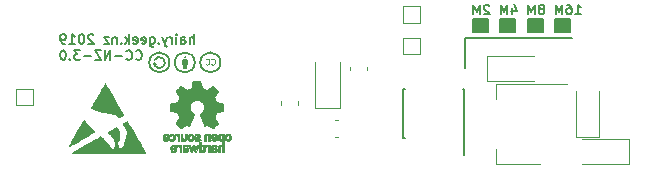
<source format=gbr>
G04 #@! TF.GenerationSoftware,KiCad,Pcbnew,5.0.2-bee76a0~70~ubuntu18.04.1*
G04 #@! TF.CreationDate,2019-01-15T20:31:34+13:00*
G04 #@! TF.ProjectId,pynano-1,70796e61-6e6f-42d3-912e-6b696361645f,rev?*
G04 #@! TF.SameCoordinates,Original*
G04 #@! TF.FileFunction,Legend,Bot*
G04 #@! TF.FilePolarity,Positive*
%FSLAX46Y46*%
G04 Gerber Fmt 4.6, Leading zero omitted, Abs format (unit mm)*
G04 Created by KiCad (PCBNEW 5.0.2-bee76a0~70~ubuntu18.04.1) date Tue 15 Jan 2019 08:31:34 PM NZDT*
%MOMM*%
%LPD*%
G01*
G04 APERTURE LIST*
%ADD10C,0.152400*%
%ADD11C,0.150000*%
%ADD12C,0.120000*%
%ADD13C,0.010000*%
%ADD14C,0.200000*%
%ADD15C,0.100000*%
%ADD16C,1.000000*%
%ADD17R,1.700000X1.700000*%
%ADD18O,1.700000X1.700000*%
%ADD19R,1.360000X1.400000*%
%ADD20R,1.400000X1.360000*%
%ADD21R,0.575000X0.650000*%
%ADD22R,0.650000X0.575000*%
%ADD23R,0.970000X1.500000*%
%ADD24R,1.500000X0.970000*%
%ADD25R,1.100000X1.100000*%
%ADD26C,1.450000*%
%ADD27O,1.900000X1.200000*%
%ADD28R,1.000000X1.000000*%
%ADD29R,2.000000X3.800000*%
%ADD30R,2.000000X1.500000*%
%ADD31R,0.600000X1.550000*%
G04 APERTURE END LIST*
D10*
X175133000Y-56896000D02*
X175133000Y-59436000D01*
X184150000Y-56896000D02*
X175133000Y-56896000D01*
D11*
G36*
X182753000Y-55245000D02*
X182753000Y-56388000D01*
X184023000Y-56388000D01*
X184023000Y-55245000D01*
X182753000Y-55245000D01*
G37*
X182753000Y-55245000D02*
X182753000Y-56388000D01*
X184023000Y-56388000D01*
X184023000Y-55245000D01*
X182753000Y-55245000D01*
G36*
X180467000Y-55245000D02*
X180467000Y-56388000D01*
X181737000Y-56388000D01*
X181737000Y-55245000D01*
X180467000Y-55245000D01*
G37*
X180467000Y-55245000D02*
X180467000Y-56388000D01*
X181737000Y-56388000D01*
X181737000Y-55245000D01*
X180467000Y-55245000D01*
G36*
X178054000Y-55245000D02*
X178054000Y-56388000D01*
X179324000Y-56388000D01*
X179324000Y-55245000D01*
X178054000Y-55245000D01*
G37*
X178054000Y-55245000D02*
X178054000Y-56388000D01*
X179324000Y-56388000D01*
X179324000Y-55245000D01*
X178054000Y-55245000D01*
D10*
X184442704Y-54850695D02*
X184907161Y-54850695D01*
X184674933Y-54850695D02*
X184674933Y-54037895D01*
X184752342Y-54154009D01*
X184829752Y-54231419D01*
X184907161Y-54270123D01*
X183746019Y-54037895D02*
X183900838Y-54037895D01*
X183978247Y-54076600D01*
X184016952Y-54115304D01*
X184094361Y-54231419D01*
X184133066Y-54386238D01*
X184133066Y-54695876D01*
X184094361Y-54773285D01*
X184055657Y-54811990D01*
X183978247Y-54850695D01*
X183823428Y-54850695D01*
X183746019Y-54811990D01*
X183707314Y-54773285D01*
X183668609Y-54695876D01*
X183668609Y-54502352D01*
X183707314Y-54424942D01*
X183746019Y-54386238D01*
X183823428Y-54347533D01*
X183978247Y-54347533D01*
X184055657Y-54386238D01*
X184094361Y-54424942D01*
X184133066Y-54502352D01*
X183320266Y-54850695D02*
X183320266Y-54037895D01*
X183049333Y-54618466D01*
X182778400Y-54037895D01*
X182778400Y-54850695D01*
X181655961Y-54386238D02*
X181733371Y-54347533D01*
X181772076Y-54308828D01*
X181810780Y-54231419D01*
X181810780Y-54192714D01*
X181772076Y-54115304D01*
X181733371Y-54076600D01*
X181655961Y-54037895D01*
X181501142Y-54037895D01*
X181423733Y-54076600D01*
X181385028Y-54115304D01*
X181346323Y-54192714D01*
X181346323Y-54231419D01*
X181385028Y-54308828D01*
X181423733Y-54347533D01*
X181501142Y-54386238D01*
X181655961Y-54386238D01*
X181733371Y-54424942D01*
X181772076Y-54463647D01*
X181810780Y-54541057D01*
X181810780Y-54695876D01*
X181772076Y-54773285D01*
X181733371Y-54811990D01*
X181655961Y-54850695D01*
X181501142Y-54850695D01*
X181423733Y-54811990D01*
X181385028Y-54773285D01*
X181346323Y-54695876D01*
X181346323Y-54541057D01*
X181385028Y-54463647D01*
X181423733Y-54424942D01*
X181501142Y-54386238D01*
X180997980Y-54850695D02*
X180997980Y-54037895D01*
X180727047Y-54618466D01*
X180456114Y-54037895D01*
X180456114Y-54850695D01*
X179101447Y-54308828D02*
X179101447Y-54850695D01*
X179294971Y-53999190D02*
X179488495Y-54579761D01*
X178985333Y-54579761D01*
X178675695Y-54850695D02*
X178675695Y-54037895D01*
X178404761Y-54618466D01*
X178133828Y-54037895D01*
X178133828Y-54850695D01*
X177166209Y-54115304D02*
X177127504Y-54076600D01*
X177050095Y-54037895D01*
X176856571Y-54037895D01*
X176779161Y-54076600D01*
X176740457Y-54115304D01*
X176701752Y-54192714D01*
X176701752Y-54270123D01*
X176740457Y-54386238D01*
X177204914Y-54850695D01*
X176701752Y-54850695D01*
X176353409Y-54850695D02*
X176353409Y-54037895D01*
X176082476Y-54618466D01*
X175811542Y-54037895D01*
X175811542Y-54850695D01*
D11*
G36*
X175768000Y-55245000D02*
X175768000Y-56388000D01*
X177038000Y-56388000D01*
X177038000Y-55245000D01*
X175768000Y-55245000D01*
G37*
X175768000Y-55245000D02*
X175768000Y-56388000D01*
X177038000Y-56388000D01*
X177038000Y-55245000D01*
X175768000Y-55245000D01*
D10*
X152144669Y-57339895D02*
X152144669Y-56527095D01*
X151796326Y-57339895D02*
X151796326Y-56914142D01*
X151835031Y-56836733D01*
X151912440Y-56798028D01*
X152028555Y-56798028D01*
X152105964Y-56836733D01*
X152144669Y-56875438D01*
X151060936Y-57339895D02*
X151060936Y-56914142D01*
X151099640Y-56836733D01*
X151177050Y-56798028D01*
X151331869Y-56798028D01*
X151409279Y-56836733D01*
X151060936Y-57301190D02*
X151138345Y-57339895D01*
X151331869Y-57339895D01*
X151409279Y-57301190D01*
X151447983Y-57223780D01*
X151447983Y-57146371D01*
X151409279Y-57068961D01*
X151331869Y-57030257D01*
X151138345Y-57030257D01*
X151060936Y-56991552D01*
X150673888Y-57339895D02*
X150673888Y-56798028D01*
X150673888Y-56527095D02*
X150712593Y-56565800D01*
X150673888Y-56604504D01*
X150635183Y-56565800D01*
X150673888Y-56527095D01*
X150673888Y-56604504D01*
X150286840Y-57339895D02*
X150286840Y-56798028D01*
X150286840Y-56952847D02*
X150248136Y-56875438D01*
X150209431Y-56836733D01*
X150132021Y-56798028D01*
X150054612Y-56798028D01*
X149861088Y-56798028D02*
X149667564Y-57339895D01*
X149474040Y-56798028D02*
X149667564Y-57339895D01*
X149744974Y-57533419D01*
X149783679Y-57572123D01*
X149861088Y-57610828D01*
X149164402Y-57262485D02*
X149125698Y-57301190D01*
X149164402Y-57339895D01*
X149203107Y-57301190D01*
X149164402Y-57262485D01*
X149164402Y-57339895D01*
X148429012Y-56798028D02*
X148429012Y-57456009D01*
X148467717Y-57533419D01*
X148506421Y-57572123D01*
X148583831Y-57610828D01*
X148699945Y-57610828D01*
X148777355Y-57572123D01*
X148429012Y-57301190D02*
X148506421Y-57339895D01*
X148661240Y-57339895D01*
X148738650Y-57301190D01*
X148777355Y-57262485D01*
X148816060Y-57185076D01*
X148816060Y-56952847D01*
X148777355Y-56875438D01*
X148738650Y-56836733D01*
X148661240Y-56798028D01*
X148506421Y-56798028D01*
X148429012Y-56836733D01*
X147732326Y-57301190D02*
X147809736Y-57339895D01*
X147964555Y-57339895D01*
X148041964Y-57301190D01*
X148080669Y-57223780D01*
X148080669Y-56914142D01*
X148041964Y-56836733D01*
X147964555Y-56798028D01*
X147809736Y-56798028D01*
X147732326Y-56836733D01*
X147693621Y-56914142D01*
X147693621Y-56991552D01*
X148080669Y-57068961D01*
X147035640Y-57301190D02*
X147113050Y-57339895D01*
X147267869Y-57339895D01*
X147345279Y-57301190D01*
X147383983Y-57223780D01*
X147383983Y-56914142D01*
X147345279Y-56836733D01*
X147267869Y-56798028D01*
X147113050Y-56798028D01*
X147035640Y-56836733D01*
X146996936Y-56914142D01*
X146996936Y-56991552D01*
X147383983Y-57068961D01*
X146648593Y-57339895D02*
X146648593Y-56527095D01*
X146571183Y-57030257D02*
X146338955Y-57339895D01*
X146338955Y-56798028D02*
X146648593Y-57107666D01*
X145990612Y-57262485D02*
X145951907Y-57301190D01*
X145990612Y-57339895D01*
X146029317Y-57301190D01*
X145990612Y-57262485D01*
X145990612Y-57339895D01*
X145603564Y-56798028D02*
X145603564Y-57339895D01*
X145603564Y-56875438D02*
X145564860Y-56836733D01*
X145487450Y-56798028D01*
X145371336Y-56798028D01*
X145293926Y-56836733D01*
X145255221Y-56914142D01*
X145255221Y-57339895D01*
X144945583Y-56798028D02*
X144519831Y-56798028D01*
X144945583Y-57339895D01*
X144519831Y-57339895D01*
X143629621Y-56604504D02*
X143590917Y-56565800D01*
X143513507Y-56527095D01*
X143319983Y-56527095D01*
X143242574Y-56565800D01*
X143203869Y-56604504D01*
X143165164Y-56681914D01*
X143165164Y-56759323D01*
X143203869Y-56875438D01*
X143668326Y-57339895D01*
X143165164Y-57339895D01*
X142662002Y-56527095D02*
X142584593Y-56527095D01*
X142507183Y-56565800D01*
X142468479Y-56604504D01*
X142429774Y-56681914D01*
X142391069Y-56836733D01*
X142391069Y-57030257D01*
X142429774Y-57185076D01*
X142468479Y-57262485D01*
X142507183Y-57301190D01*
X142584593Y-57339895D01*
X142662002Y-57339895D01*
X142739412Y-57301190D01*
X142778117Y-57262485D01*
X142816821Y-57185076D01*
X142855526Y-57030257D01*
X142855526Y-56836733D01*
X142816821Y-56681914D01*
X142778117Y-56604504D01*
X142739412Y-56565800D01*
X142662002Y-56527095D01*
X141616974Y-57339895D02*
X142081431Y-57339895D01*
X141849202Y-57339895D02*
X141849202Y-56527095D01*
X141926612Y-56643209D01*
X142004021Y-56720619D01*
X142081431Y-56759323D01*
X141229926Y-57339895D02*
X141075107Y-57339895D01*
X140997698Y-57301190D01*
X140958993Y-57262485D01*
X140881583Y-57146371D01*
X140842879Y-56991552D01*
X140842879Y-56681914D01*
X140881583Y-56604504D01*
X140920288Y-56565800D01*
X140997698Y-56527095D01*
X141152517Y-56527095D01*
X141229926Y-56565800D01*
X141268631Y-56604504D01*
X141307336Y-56681914D01*
X141307336Y-56875438D01*
X141268631Y-56952847D01*
X141229926Y-56991552D01*
X141152517Y-57030257D01*
X140997698Y-57030257D01*
X140920288Y-56991552D01*
X140881583Y-56952847D01*
X140842879Y-56875438D01*
X147229164Y-58634085D02*
X147267869Y-58672790D01*
X147383983Y-58711495D01*
X147461393Y-58711495D01*
X147577507Y-58672790D01*
X147654917Y-58595380D01*
X147693621Y-58517971D01*
X147732326Y-58363152D01*
X147732326Y-58247038D01*
X147693621Y-58092219D01*
X147654917Y-58014809D01*
X147577507Y-57937400D01*
X147461393Y-57898695D01*
X147383983Y-57898695D01*
X147267869Y-57937400D01*
X147229164Y-57976104D01*
X146416364Y-58634085D02*
X146455069Y-58672790D01*
X146571183Y-58711495D01*
X146648593Y-58711495D01*
X146764707Y-58672790D01*
X146842117Y-58595380D01*
X146880821Y-58517971D01*
X146919526Y-58363152D01*
X146919526Y-58247038D01*
X146880821Y-58092219D01*
X146842117Y-58014809D01*
X146764707Y-57937400D01*
X146648593Y-57898695D01*
X146571183Y-57898695D01*
X146455069Y-57937400D01*
X146416364Y-57976104D01*
X146068021Y-58401857D02*
X145448745Y-58401857D01*
X145061698Y-58711495D02*
X145061698Y-57898695D01*
X144597240Y-58711495D01*
X144597240Y-57898695D01*
X144287602Y-57898695D02*
X143745736Y-57898695D01*
X144287602Y-58711495D01*
X143745736Y-58711495D01*
X143436098Y-58401857D02*
X142816821Y-58401857D01*
X142507183Y-57898695D02*
X142004021Y-57898695D01*
X142274955Y-58208333D01*
X142158840Y-58208333D01*
X142081431Y-58247038D01*
X142042726Y-58285742D01*
X142004021Y-58363152D01*
X142004021Y-58556676D01*
X142042726Y-58634085D01*
X142081431Y-58672790D01*
X142158840Y-58711495D01*
X142391069Y-58711495D01*
X142468479Y-58672790D01*
X142507183Y-58634085D01*
X141655679Y-58634085D02*
X141616974Y-58672790D01*
X141655679Y-58711495D01*
X141694383Y-58672790D01*
X141655679Y-58634085D01*
X141655679Y-58711495D01*
X141113812Y-57898695D02*
X141036402Y-57898695D01*
X140958993Y-57937400D01*
X140920288Y-57976104D01*
X140881583Y-58053514D01*
X140842879Y-58208333D01*
X140842879Y-58401857D01*
X140881583Y-58556676D01*
X140920288Y-58634085D01*
X140958993Y-58672790D01*
X141036402Y-58711495D01*
X141113812Y-58711495D01*
X141191221Y-58672790D01*
X141229926Y-58634085D01*
X141268631Y-58556676D01*
X141307336Y-58401857D01*
X141307336Y-58208333D01*
X141268631Y-58053514D01*
X141229926Y-57976104D01*
X141191221Y-57937400D01*
X141113812Y-57898695D01*
D12*
G04 #@! TO.C,C1*
X185039200Y-65411800D02*
X188959200Y-65411800D01*
X188959200Y-65411800D02*
X188959200Y-67531800D01*
X188959200Y-67531800D02*
X185039200Y-67531800D01*
G04 #@! TO.C,C2*
X180924000Y-60496000D02*
X177004000Y-60496000D01*
X177004000Y-60496000D02*
X177004000Y-58376000D01*
X177004000Y-58376000D02*
X180924000Y-58376000D01*
G04 #@! TO.C,C3*
X162389000Y-62772000D02*
X162389000Y-58852000D01*
X164509000Y-62772000D02*
X162389000Y-62772000D01*
X164509000Y-58852000D02*
X164509000Y-62772000D01*
G04 #@! TO.C,C13*
X164361000Y-65226000D02*
X164061000Y-65226000D01*
X164361000Y-63806000D02*
X164061000Y-63806000D01*
G04 #@! TO.C,C15*
X165406000Y-59286000D02*
X165406000Y-59586000D01*
X166826000Y-59286000D02*
X166826000Y-59586000D01*
G04 #@! TO.C,D1*
X186470800Y-65217400D02*
X184470800Y-65217400D01*
X184470800Y-65217400D02*
X184470800Y-61367400D01*
X186470800Y-65217400D02*
X186470800Y-61367400D01*
G04 #@! TO.C,FB1*
X159564000Y-62207000D02*
X159564000Y-62507000D01*
X160984000Y-62207000D02*
X160984000Y-62507000D01*
G04 #@! TO.C,TP1*
X169861000Y-56831000D02*
X169861000Y-58231000D01*
X171261000Y-56831000D02*
X169861000Y-56831000D01*
X171261000Y-58231000D02*
X171261000Y-56831000D01*
X169861000Y-58231000D02*
X171261000Y-58231000D01*
G04 #@! TO.C,TP2*
X169861000Y-55564000D02*
X171261000Y-55564000D01*
X171261000Y-55564000D02*
X171261000Y-54164000D01*
X171261000Y-54164000D02*
X169861000Y-54164000D01*
X169861000Y-54164000D02*
X169861000Y-55564000D01*
G04 #@! TO.C,U1*
X177718800Y-67545000D02*
X177718800Y-66285000D01*
X177718800Y-60725000D02*
X177718800Y-61985000D01*
X181478800Y-67545000D02*
X177718800Y-67545000D01*
X183728800Y-60725000D02*
X177718800Y-60725000D01*
D11*
G04 #@! TO.C,U3*
X175041000Y-65321000D02*
X174991000Y-65321000D01*
X175041000Y-61171000D02*
X174896000Y-61171000D01*
X169891000Y-61171000D02*
X170036000Y-61171000D01*
X169891000Y-65321000D02*
X170036000Y-65321000D01*
X175041000Y-65321000D02*
X175041000Y-61171000D01*
X169891000Y-65321000D02*
X169891000Y-61171000D01*
X174991000Y-65321000D02*
X174991000Y-66721000D01*
D13*
G04 #@! TO.C,REF\002A\002A*
G36*
X152023036Y-60790018D02*
X151966188Y-61091570D01*
X151546662Y-61264512D01*
X151295016Y-61093395D01*
X151224542Y-61045750D01*
X151160837Y-61003210D01*
X151106874Y-60967715D01*
X151065627Y-60941210D01*
X151040066Y-60925636D01*
X151033105Y-60922278D01*
X151020565Y-60930914D01*
X150993769Y-60954792D01*
X150955720Y-60990859D01*
X150909421Y-61036067D01*
X150857877Y-61087364D01*
X150804091Y-61141701D01*
X150751065Y-61196028D01*
X150701805Y-61247295D01*
X150659313Y-61292451D01*
X150626593Y-61328446D01*
X150606649Y-61352230D01*
X150601881Y-61360190D01*
X150608743Y-61374865D01*
X150627980Y-61407014D01*
X150657570Y-61453492D01*
X150695490Y-61511156D01*
X150739718Y-61576860D01*
X150765346Y-61614336D01*
X150812059Y-61682768D01*
X150853568Y-61744520D01*
X150887860Y-61796519D01*
X150912920Y-61835692D01*
X150926736Y-61858965D01*
X150928812Y-61863855D01*
X150924105Y-61877755D01*
X150911277Y-61910150D01*
X150892262Y-61956485D01*
X150868997Y-62012206D01*
X150843416Y-62072758D01*
X150817455Y-62133586D01*
X150793050Y-62190136D01*
X150772137Y-62237852D01*
X150756651Y-62272181D01*
X150748528Y-62288568D01*
X150748048Y-62289212D01*
X150735293Y-62292341D01*
X150701323Y-62299321D01*
X150649660Y-62309467D01*
X150583824Y-62322092D01*
X150507336Y-62336509D01*
X150462710Y-62344823D01*
X150380979Y-62360384D01*
X150307157Y-62375192D01*
X150244979Y-62388436D01*
X150198178Y-62399305D01*
X150170491Y-62406989D01*
X150164926Y-62409427D01*
X150159474Y-62425930D01*
X150155076Y-62463200D01*
X150151728Y-62516880D01*
X150149426Y-62582612D01*
X150148168Y-62656037D01*
X150147952Y-62732796D01*
X150148773Y-62808532D01*
X150150629Y-62878886D01*
X150153518Y-62939500D01*
X150157435Y-62986016D01*
X150162378Y-63014075D01*
X150165343Y-63019916D01*
X150183066Y-63026917D01*
X150220619Y-63036927D01*
X150273036Y-63048769D01*
X150335348Y-63061267D01*
X150357100Y-63065310D01*
X150461976Y-63084520D01*
X150544820Y-63099991D01*
X150608370Y-63112337D01*
X150655363Y-63122173D01*
X150688537Y-63130114D01*
X150710629Y-63136776D01*
X150724376Y-63142773D01*
X150732516Y-63148719D01*
X150733655Y-63149894D01*
X150745023Y-63168826D01*
X150762365Y-63205669D01*
X150783950Y-63255913D01*
X150808046Y-63315046D01*
X150832921Y-63378556D01*
X150856843Y-63441932D01*
X150878081Y-63500662D01*
X150894903Y-63550235D01*
X150905578Y-63586139D01*
X150908373Y-63603862D01*
X150908140Y-63604483D01*
X150898669Y-63618970D01*
X150877182Y-63650844D01*
X150845937Y-63696789D01*
X150807193Y-63753485D01*
X150763207Y-63817617D01*
X150750681Y-63835842D01*
X150706016Y-63901914D01*
X150666712Y-63962200D01*
X150634912Y-64013235D01*
X150612755Y-64051560D01*
X150602383Y-64073711D01*
X150601881Y-64076432D01*
X150610595Y-64090736D01*
X150634675Y-64119072D01*
X150671024Y-64158396D01*
X150716547Y-64205661D01*
X150768148Y-64257823D01*
X150822733Y-64311835D01*
X150877206Y-64364653D01*
X150928471Y-64413231D01*
X150973433Y-64454523D01*
X151008996Y-64485485D01*
X151032065Y-64503070D01*
X151038446Y-64505941D01*
X151053301Y-64499178D01*
X151083714Y-64480939D01*
X151124732Y-64454297D01*
X151156291Y-64432852D01*
X151213475Y-64393503D01*
X151281194Y-64347171D01*
X151349120Y-64300913D01*
X151385639Y-64276155D01*
X151509248Y-64192547D01*
X151613009Y-64248650D01*
X151660280Y-64273228D01*
X151700477Y-64292331D01*
X151727674Y-64303227D01*
X151734598Y-64304743D01*
X151742923Y-64293549D01*
X151759346Y-64261917D01*
X151782643Y-64212765D01*
X151811586Y-64149010D01*
X151844950Y-64073571D01*
X151881509Y-63989364D01*
X151920036Y-63899308D01*
X151959306Y-63806321D01*
X151998092Y-63713320D01*
X152035170Y-63623223D01*
X152069311Y-63538948D01*
X152099292Y-63463413D01*
X152123884Y-63399534D01*
X152141864Y-63350231D01*
X152152003Y-63318421D01*
X152153634Y-63307496D01*
X152140709Y-63293561D01*
X152112411Y-63270940D01*
X152074654Y-63244333D01*
X152071485Y-63242228D01*
X151973900Y-63164114D01*
X151895214Y-63072982D01*
X151836109Y-62971745D01*
X151797268Y-62863318D01*
X151779372Y-62750614D01*
X151783103Y-62636548D01*
X151809143Y-62524034D01*
X151858175Y-62415985D01*
X151872600Y-62392345D01*
X151947631Y-62296887D01*
X152036270Y-62220232D01*
X152135451Y-62162780D01*
X152242105Y-62124929D01*
X152353164Y-62107078D01*
X152465561Y-62109625D01*
X152576227Y-62132970D01*
X152682094Y-62177510D01*
X152780095Y-62243645D01*
X152810410Y-62270487D01*
X152887562Y-62354512D01*
X152943782Y-62442966D01*
X152982347Y-62542115D01*
X153003826Y-62640303D01*
X153009128Y-62750697D01*
X152991448Y-62861640D01*
X152952581Y-62969381D01*
X152894323Y-63070169D01*
X152818469Y-63160256D01*
X152726817Y-63235892D01*
X152714772Y-63243864D01*
X152676611Y-63269974D01*
X152647601Y-63292595D01*
X152633732Y-63307039D01*
X152633531Y-63307496D01*
X152636508Y-63323121D01*
X152648311Y-63358582D01*
X152667714Y-63410962D01*
X152693488Y-63477345D01*
X152724409Y-63554814D01*
X152759249Y-63640450D01*
X152796783Y-63731337D01*
X152835783Y-63824559D01*
X152875023Y-63917197D01*
X152913276Y-64006335D01*
X152949317Y-64089055D01*
X152981917Y-64162441D01*
X153009852Y-64223575D01*
X153031895Y-64269541D01*
X153046818Y-64297421D01*
X153052828Y-64304743D01*
X153071191Y-64299041D01*
X153105552Y-64283749D01*
X153149984Y-64261599D01*
X153174417Y-64248650D01*
X153278178Y-64192547D01*
X153401787Y-64276155D01*
X153464886Y-64318987D01*
X153533970Y-64366122D01*
X153598707Y-64410503D01*
X153631134Y-64432852D01*
X153676741Y-64463477D01*
X153715360Y-64487747D01*
X153741952Y-64502587D01*
X153750590Y-64505724D01*
X153763161Y-64497261D01*
X153790984Y-64473636D01*
X153831361Y-64437302D01*
X153881595Y-64390711D01*
X153938988Y-64336317D01*
X153975286Y-64301392D01*
X154038790Y-64238996D01*
X154093673Y-64183188D01*
X154137714Y-64136354D01*
X154168695Y-64100882D01*
X154184398Y-64079161D01*
X154185905Y-64074752D01*
X154178914Y-64057985D01*
X154159594Y-64024082D01*
X154130091Y-63976476D01*
X154092545Y-63918599D01*
X154049100Y-63853884D01*
X154036745Y-63835842D01*
X153991727Y-63770267D01*
X153951340Y-63711228D01*
X153917840Y-63662042D01*
X153893486Y-63626028D01*
X153880536Y-63606502D01*
X153879285Y-63604483D01*
X153881156Y-63588922D01*
X153891087Y-63554709D01*
X153907347Y-63506355D01*
X153928205Y-63448371D01*
X153951927Y-63385270D01*
X153976784Y-63321563D01*
X154001042Y-63261761D01*
X154022971Y-63210376D01*
X154040838Y-63171919D01*
X154052913Y-63150902D01*
X154053771Y-63149894D01*
X154061154Y-63143888D01*
X154073625Y-63137948D01*
X154093920Y-63131460D01*
X154124778Y-63123809D01*
X154168934Y-63114380D01*
X154229126Y-63102559D01*
X154308093Y-63087729D01*
X154408570Y-63069277D01*
X154430325Y-63065310D01*
X154494802Y-63052853D01*
X154551011Y-63040666D01*
X154593987Y-63029926D01*
X154618760Y-63021809D01*
X154622082Y-63019916D01*
X154627556Y-63003138D01*
X154632006Y-62965645D01*
X154635428Y-62911794D01*
X154637819Y-62845944D01*
X154639177Y-62772453D01*
X154639499Y-62695680D01*
X154638781Y-62619983D01*
X154637021Y-62549720D01*
X154634216Y-62489250D01*
X154630362Y-62442930D01*
X154625457Y-62415119D01*
X154622500Y-62409427D01*
X154606037Y-62403686D01*
X154568551Y-62394345D01*
X154513775Y-62382215D01*
X154445445Y-62368107D01*
X154367294Y-62352830D01*
X154324716Y-62344823D01*
X154243929Y-62329721D01*
X154171887Y-62316040D01*
X154112111Y-62304467D01*
X154068121Y-62295687D01*
X154043439Y-62290387D01*
X154039377Y-62289212D01*
X154032511Y-62275965D01*
X154017998Y-62244057D01*
X153997771Y-62198047D01*
X153973766Y-62142492D01*
X153947918Y-62081953D01*
X153922160Y-62020986D01*
X153898427Y-61964151D01*
X153878654Y-61916006D01*
X153864776Y-61881110D01*
X153858726Y-61864021D01*
X153858614Y-61863274D01*
X153865472Y-61849793D01*
X153884698Y-61818770D01*
X153914272Y-61773289D01*
X153952173Y-61716432D01*
X153996380Y-61651283D01*
X154022079Y-61613862D01*
X154068907Y-61545247D01*
X154110499Y-61482952D01*
X154144825Y-61430129D01*
X154169857Y-61389927D01*
X154183565Y-61365500D01*
X154185544Y-61360024D01*
X154177034Y-61347278D01*
X154153507Y-61320063D01*
X154117968Y-61281428D01*
X154073423Y-61234423D01*
X154022877Y-61182095D01*
X153969336Y-61127495D01*
X153915805Y-61073670D01*
X153865289Y-61023670D01*
X153820794Y-60980543D01*
X153785325Y-60947339D01*
X153761887Y-60927106D01*
X153754046Y-60922278D01*
X153741280Y-60929067D01*
X153710744Y-60948142D01*
X153665410Y-60977561D01*
X153608244Y-61015381D01*
X153542216Y-61059661D01*
X153492410Y-61093395D01*
X153240764Y-61264512D01*
X153031001Y-61178041D01*
X152821237Y-61091570D01*
X152764389Y-60790018D01*
X152707540Y-60488466D01*
X152079885Y-60488466D01*
X152023036Y-60790018D01*
X152023036Y-60790018D01*
G37*
X152023036Y-60790018D02*
X151966188Y-61091570D01*
X151546662Y-61264512D01*
X151295016Y-61093395D01*
X151224542Y-61045750D01*
X151160837Y-61003210D01*
X151106874Y-60967715D01*
X151065627Y-60941210D01*
X151040066Y-60925636D01*
X151033105Y-60922278D01*
X151020565Y-60930914D01*
X150993769Y-60954792D01*
X150955720Y-60990859D01*
X150909421Y-61036067D01*
X150857877Y-61087364D01*
X150804091Y-61141701D01*
X150751065Y-61196028D01*
X150701805Y-61247295D01*
X150659313Y-61292451D01*
X150626593Y-61328446D01*
X150606649Y-61352230D01*
X150601881Y-61360190D01*
X150608743Y-61374865D01*
X150627980Y-61407014D01*
X150657570Y-61453492D01*
X150695490Y-61511156D01*
X150739718Y-61576860D01*
X150765346Y-61614336D01*
X150812059Y-61682768D01*
X150853568Y-61744520D01*
X150887860Y-61796519D01*
X150912920Y-61835692D01*
X150926736Y-61858965D01*
X150928812Y-61863855D01*
X150924105Y-61877755D01*
X150911277Y-61910150D01*
X150892262Y-61956485D01*
X150868997Y-62012206D01*
X150843416Y-62072758D01*
X150817455Y-62133586D01*
X150793050Y-62190136D01*
X150772137Y-62237852D01*
X150756651Y-62272181D01*
X150748528Y-62288568D01*
X150748048Y-62289212D01*
X150735293Y-62292341D01*
X150701323Y-62299321D01*
X150649660Y-62309467D01*
X150583824Y-62322092D01*
X150507336Y-62336509D01*
X150462710Y-62344823D01*
X150380979Y-62360384D01*
X150307157Y-62375192D01*
X150244979Y-62388436D01*
X150198178Y-62399305D01*
X150170491Y-62406989D01*
X150164926Y-62409427D01*
X150159474Y-62425930D01*
X150155076Y-62463200D01*
X150151728Y-62516880D01*
X150149426Y-62582612D01*
X150148168Y-62656037D01*
X150147952Y-62732796D01*
X150148773Y-62808532D01*
X150150629Y-62878886D01*
X150153518Y-62939500D01*
X150157435Y-62986016D01*
X150162378Y-63014075D01*
X150165343Y-63019916D01*
X150183066Y-63026917D01*
X150220619Y-63036927D01*
X150273036Y-63048769D01*
X150335348Y-63061267D01*
X150357100Y-63065310D01*
X150461976Y-63084520D01*
X150544820Y-63099991D01*
X150608370Y-63112337D01*
X150655363Y-63122173D01*
X150688537Y-63130114D01*
X150710629Y-63136776D01*
X150724376Y-63142773D01*
X150732516Y-63148719D01*
X150733655Y-63149894D01*
X150745023Y-63168826D01*
X150762365Y-63205669D01*
X150783950Y-63255913D01*
X150808046Y-63315046D01*
X150832921Y-63378556D01*
X150856843Y-63441932D01*
X150878081Y-63500662D01*
X150894903Y-63550235D01*
X150905578Y-63586139D01*
X150908373Y-63603862D01*
X150908140Y-63604483D01*
X150898669Y-63618970D01*
X150877182Y-63650844D01*
X150845937Y-63696789D01*
X150807193Y-63753485D01*
X150763207Y-63817617D01*
X150750681Y-63835842D01*
X150706016Y-63901914D01*
X150666712Y-63962200D01*
X150634912Y-64013235D01*
X150612755Y-64051560D01*
X150602383Y-64073711D01*
X150601881Y-64076432D01*
X150610595Y-64090736D01*
X150634675Y-64119072D01*
X150671024Y-64158396D01*
X150716547Y-64205661D01*
X150768148Y-64257823D01*
X150822733Y-64311835D01*
X150877206Y-64364653D01*
X150928471Y-64413231D01*
X150973433Y-64454523D01*
X151008996Y-64485485D01*
X151032065Y-64503070D01*
X151038446Y-64505941D01*
X151053301Y-64499178D01*
X151083714Y-64480939D01*
X151124732Y-64454297D01*
X151156291Y-64432852D01*
X151213475Y-64393503D01*
X151281194Y-64347171D01*
X151349120Y-64300913D01*
X151385639Y-64276155D01*
X151509248Y-64192547D01*
X151613009Y-64248650D01*
X151660280Y-64273228D01*
X151700477Y-64292331D01*
X151727674Y-64303227D01*
X151734598Y-64304743D01*
X151742923Y-64293549D01*
X151759346Y-64261917D01*
X151782643Y-64212765D01*
X151811586Y-64149010D01*
X151844950Y-64073571D01*
X151881509Y-63989364D01*
X151920036Y-63899308D01*
X151959306Y-63806321D01*
X151998092Y-63713320D01*
X152035170Y-63623223D01*
X152069311Y-63538948D01*
X152099292Y-63463413D01*
X152123884Y-63399534D01*
X152141864Y-63350231D01*
X152152003Y-63318421D01*
X152153634Y-63307496D01*
X152140709Y-63293561D01*
X152112411Y-63270940D01*
X152074654Y-63244333D01*
X152071485Y-63242228D01*
X151973900Y-63164114D01*
X151895214Y-63072982D01*
X151836109Y-62971745D01*
X151797268Y-62863318D01*
X151779372Y-62750614D01*
X151783103Y-62636548D01*
X151809143Y-62524034D01*
X151858175Y-62415985D01*
X151872600Y-62392345D01*
X151947631Y-62296887D01*
X152036270Y-62220232D01*
X152135451Y-62162780D01*
X152242105Y-62124929D01*
X152353164Y-62107078D01*
X152465561Y-62109625D01*
X152576227Y-62132970D01*
X152682094Y-62177510D01*
X152780095Y-62243645D01*
X152810410Y-62270487D01*
X152887562Y-62354512D01*
X152943782Y-62442966D01*
X152982347Y-62542115D01*
X153003826Y-62640303D01*
X153009128Y-62750697D01*
X152991448Y-62861640D01*
X152952581Y-62969381D01*
X152894323Y-63070169D01*
X152818469Y-63160256D01*
X152726817Y-63235892D01*
X152714772Y-63243864D01*
X152676611Y-63269974D01*
X152647601Y-63292595D01*
X152633732Y-63307039D01*
X152633531Y-63307496D01*
X152636508Y-63323121D01*
X152648311Y-63358582D01*
X152667714Y-63410962D01*
X152693488Y-63477345D01*
X152724409Y-63554814D01*
X152759249Y-63640450D01*
X152796783Y-63731337D01*
X152835783Y-63824559D01*
X152875023Y-63917197D01*
X152913276Y-64006335D01*
X152949317Y-64089055D01*
X152981917Y-64162441D01*
X153009852Y-64223575D01*
X153031895Y-64269541D01*
X153046818Y-64297421D01*
X153052828Y-64304743D01*
X153071191Y-64299041D01*
X153105552Y-64283749D01*
X153149984Y-64261599D01*
X153174417Y-64248650D01*
X153278178Y-64192547D01*
X153401787Y-64276155D01*
X153464886Y-64318987D01*
X153533970Y-64366122D01*
X153598707Y-64410503D01*
X153631134Y-64432852D01*
X153676741Y-64463477D01*
X153715360Y-64487747D01*
X153741952Y-64502587D01*
X153750590Y-64505724D01*
X153763161Y-64497261D01*
X153790984Y-64473636D01*
X153831361Y-64437302D01*
X153881595Y-64390711D01*
X153938988Y-64336317D01*
X153975286Y-64301392D01*
X154038790Y-64238996D01*
X154093673Y-64183188D01*
X154137714Y-64136354D01*
X154168695Y-64100882D01*
X154184398Y-64079161D01*
X154185905Y-64074752D01*
X154178914Y-64057985D01*
X154159594Y-64024082D01*
X154130091Y-63976476D01*
X154092545Y-63918599D01*
X154049100Y-63853884D01*
X154036745Y-63835842D01*
X153991727Y-63770267D01*
X153951340Y-63711228D01*
X153917840Y-63662042D01*
X153893486Y-63626028D01*
X153880536Y-63606502D01*
X153879285Y-63604483D01*
X153881156Y-63588922D01*
X153891087Y-63554709D01*
X153907347Y-63506355D01*
X153928205Y-63448371D01*
X153951927Y-63385270D01*
X153976784Y-63321563D01*
X154001042Y-63261761D01*
X154022971Y-63210376D01*
X154040838Y-63171919D01*
X154052913Y-63150902D01*
X154053771Y-63149894D01*
X154061154Y-63143888D01*
X154073625Y-63137948D01*
X154093920Y-63131460D01*
X154124778Y-63123809D01*
X154168934Y-63114380D01*
X154229126Y-63102559D01*
X154308093Y-63087729D01*
X154408570Y-63069277D01*
X154430325Y-63065310D01*
X154494802Y-63052853D01*
X154551011Y-63040666D01*
X154593987Y-63029926D01*
X154618760Y-63021809D01*
X154622082Y-63019916D01*
X154627556Y-63003138D01*
X154632006Y-62965645D01*
X154635428Y-62911794D01*
X154637819Y-62845944D01*
X154639177Y-62772453D01*
X154639499Y-62695680D01*
X154638781Y-62619983D01*
X154637021Y-62549720D01*
X154634216Y-62489250D01*
X154630362Y-62442930D01*
X154625457Y-62415119D01*
X154622500Y-62409427D01*
X154606037Y-62403686D01*
X154568551Y-62394345D01*
X154513775Y-62382215D01*
X154445445Y-62368107D01*
X154367294Y-62352830D01*
X154324716Y-62344823D01*
X154243929Y-62329721D01*
X154171887Y-62316040D01*
X154112111Y-62304467D01*
X154068121Y-62295687D01*
X154043439Y-62290387D01*
X154039377Y-62289212D01*
X154032511Y-62275965D01*
X154017998Y-62244057D01*
X153997771Y-62198047D01*
X153973766Y-62142492D01*
X153947918Y-62081953D01*
X153922160Y-62020986D01*
X153898427Y-61964151D01*
X153878654Y-61916006D01*
X153864776Y-61881110D01*
X153858726Y-61864021D01*
X153858614Y-61863274D01*
X153865472Y-61849793D01*
X153884698Y-61818770D01*
X153914272Y-61773289D01*
X153952173Y-61716432D01*
X153996380Y-61651283D01*
X154022079Y-61613862D01*
X154068907Y-61545247D01*
X154110499Y-61482952D01*
X154144825Y-61430129D01*
X154169857Y-61389927D01*
X154183565Y-61365500D01*
X154185544Y-61360024D01*
X154177034Y-61347278D01*
X154153507Y-61320063D01*
X154117968Y-61281428D01*
X154073423Y-61234423D01*
X154022877Y-61182095D01*
X153969336Y-61127495D01*
X153915805Y-61073670D01*
X153865289Y-61023670D01*
X153820794Y-60980543D01*
X153785325Y-60947339D01*
X153761887Y-60927106D01*
X153754046Y-60922278D01*
X153741280Y-60929067D01*
X153710744Y-60948142D01*
X153665410Y-60977561D01*
X153608244Y-61015381D01*
X153542216Y-61059661D01*
X153492410Y-61093395D01*
X153240764Y-61264512D01*
X153031001Y-61178041D01*
X152821237Y-61091570D01*
X152764389Y-60790018D01*
X152707540Y-60488466D01*
X152079885Y-60488466D01*
X152023036Y-60790018D01*
G36*
X150600540Y-64958030D02*
X150557289Y-64971245D01*
X150529442Y-64987941D01*
X150520371Y-65001145D01*
X150522868Y-65016797D01*
X150539069Y-65041385D01*
X150552768Y-65058800D01*
X150581008Y-65090283D01*
X150602225Y-65103529D01*
X150620312Y-65102664D01*
X150673965Y-65089010D01*
X150713370Y-65089630D01*
X150745368Y-65105104D01*
X150756110Y-65114161D01*
X150790495Y-65146027D01*
X150790495Y-65562179D01*
X150928812Y-65562179D01*
X150928812Y-64958614D01*
X150859653Y-64958614D01*
X150818131Y-64960256D01*
X150796709Y-64966087D01*
X150790498Y-64977461D01*
X150790495Y-64977798D01*
X150787561Y-64989713D01*
X150774296Y-64988159D01*
X150755916Y-64979563D01*
X150717954Y-64963568D01*
X150687128Y-64953945D01*
X150647464Y-64951478D01*
X150600540Y-64958030D01*
X150600540Y-64958030D01*
G37*
X150600540Y-64958030D02*
X150557289Y-64971245D01*
X150529442Y-64987941D01*
X150520371Y-65001145D01*
X150522868Y-65016797D01*
X150539069Y-65041385D01*
X150552768Y-65058800D01*
X150581008Y-65090283D01*
X150602225Y-65103529D01*
X150620312Y-65102664D01*
X150673965Y-65089010D01*
X150713370Y-65089630D01*
X150745368Y-65105104D01*
X150756110Y-65114161D01*
X150790495Y-65146027D01*
X150790495Y-65562179D01*
X150928812Y-65562179D01*
X150928812Y-64958614D01*
X150859653Y-64958614D01*
X150818131Y-64960256D01*
X150796709Y-64966087D01*
X150790498Y-64977461D01*
X150790495Y-64977798D01*
X150787561Y-64989713D01*
X150774296Y-64988159D01*
X150755916Y-64979563D01*
X150717954Y-64963568D01*
X150687128Y-64953945D01*
X150647464Y-64951478D01*
X150600540Y-64958030D01*
G36*
X153154012Y-64969002D02*
X153122717Y-64983950D01*
X153092409Y-65005541D01*
X153069318Y-65030391D01*
X153052500Y-65062087D01*
X153041006Y-65104214D01*
X153033891Y-65160358D01*
X153030207Y-65234106D01*
X153029008Y-65329044D01*
X153028989Y-65338985D01*
X153028713Y-65562179D01*
X153167030Y-65562179D01*
X153167030Y-65356418D01*
X153167128Y-65280189D01*
X153167809Y-65224939D01*
X153169651Y-65186501D01*
X153173233Y-65160706D01*
X153179132Y-65143384D01*
X153187927Y-65130368D01*
X153200180Y-65117507D01*
X153243047Y-65089873D01*
X153289843Y-65084745D01*
X153334424Y-65102217D01*
X153349928Y-65115221D01*
X153361310Y-65127447D01*
X153369481Y-65140540D01*
X153374974Y-65158615D01*
X153378320Y-65185787D01*
X153380051Y-65226170D01*
X153380697Y-65283879D01*
X153380792Y-65354132D01*
X153380792Y-65562179D01*
X153519109Y-65562179D01*
X153519109Y-64958614D01*
X153449950Y-64958614D01*
X153408428Y-64960256D01*
X153387006Y-64966087D01*
X153380795Y-64977461D01*
X153380792Y-64977798D01*
X153377910Y-64988938D01*
X153365199Y-64987674D01*
X153339926Y-64975434D01*
X153282605Y-64957424D01*
X153217037Y-64955421D01*
X153154012Y-64969002D01*
X153154012Y-64969002D01*
G37*
X153154012Y-64969002D02*
X153122717Y-64983950D01*
X153092409Y-65005541D01*
X153069318Y-65030391D01*
X153052500Y-65062087D01*
X153041006Y-65104214D01*
X153033891Y-65160358D01*
X153030207Y-65234106D01*
X153029008Y-65329044D01*
X153028989Y-65338985D01*
X153028713Y-65562179D01*
X153167030Y-65562179D01*
X153167030Y-65356418D01*
X153167128Y-65280189D01*
X153167809Y-65224939D01*
X153169651Y-65186501D01*
X153173233Y-65160706D01*
X153179132Y-65143384D01*
X153187927Y-65130368D01*
X153200180Y-65117507D01*
X153243047Y-65089873D01*
X153289843Y-65084745D01*
X153334424Y-65102217D01*
X153349928Y-65115221D01*
X153361310Y-65127447D01*
X153369481Y-65140540D01*
X153374974Y-65158615D01*
X153378320Y-65185787D01*
X153380051Y-65226170D01*
X153380697Y-65283879D01*
X153380792Y-65354132D01*
X153380792Y-65562179D01*
X153519109Y-65562179D01*
X153519109Y-64958614D01*
X153449950Y-64958614D01*
X153408428Y-64960256D01*
X153387006Y-64966087D01*
X153380795Y-64977461D01*
X153380792Y-64977798D01*
X153377910Y-64988938D01*
X153365199Y-64987674D01*
X153339926Y-64975434D01*
X153282605Y-64957424D01*
X153217037Y-64955421D01*
X153154012Y-64969002D01*
G36*
X149722102Y-64956457D02*
X149689904Y-64964279D01*
X149628175Y-64992921D01*
X149575390Y-65036667D01*
X149538859Y-65089117D01*
X149533840Y-65100893D01*
X149526955Y-65131740D01*
X149522136Y-65177371D01*
X149520495Y-65223492D01*
X149520495Y-65310693D01*
X149702822Y-65310693D01*
X149778021Y-65310978D01*
X149830997Y-65312704D01*
X149864675Y-65317181D01*
X149881980Y-65325720D01*
X149885837Y-65339630D01*
X149879171Y-65360222D01*
X149867230Y-65384315D01*
X149833920Y-65424525D01*
X149787632Y-65444558D01*
X149731056Y-65443905D01*
X149666969Y-65422101D01*
X149611583Y-65395193D01*
X149565625Y-65431532D01*
X149519667Y-65467872D01*
X149562904Y-65507819D01*
X149620626Y-65545563D01*
X149691614Y-65568320D01*
X149767971Y-65574688D01*
X149841801Y-65563268D01*
X149853713Y-65559393D01*
X149918601Y-65525506D01*
X149966870Y-65474986D01*
X149999535Y-65406325D01*
X150017615Y-65318014D01*
X150017825Y-65316121D01*
X150019444Y-65219878D01*
X150012900Y-65185542D01*
X149885148Y-65185542D01*
X149873416Y-65190822D01*
X149841562Y-65194867D01*
X149794603Y-65197176D01*
X149764846Y-65197525D01*
X149709352Y-65197306D01*
X149674654Y-65195916D01*
X149656399Y-65192251D01*
X149650234Y-65185210D01*
X149651805Y-65173690D01*
X149653122Y-65169233D01*
X149675618Y-65127355D01*
X149710997Y-65093604D01*
X149742220Y-65078773D01*
X149783699Y-65079668D01*
X149825731Y-65098164D01*
X149860988Y-65128786D01*
X149882146Y-65166062D01*
X149885148Y-65185542D01*
X150012900Y-65185542D01*
X150003310Y-65135229D01*
X149971302Y-65064191D01*
X149925299Y-65008779D01*
X149867179Y-64971009D01*
X149798820Y-64952896D01*
X149722102Y-64956457D01*
X149722102Y-64956457D01*
G37*
X149722102Y-64956457D02*
X149689904Y-64964279D01*
X149628175Y-64992921D01*
X149575390Y-65036667D01*
X149538859Y-65089117D01*
X149533840Y-65100893D01*
X149526955Y-65131740D01*
X149522136Y-65177371D01*
X149520495Y-65223492D01*
X149520495Y-65310693D01*
X149702822Y-65310693D01*
X149778021Y-65310978D01*
X149830997Y-65312704D01*
X149864675Y-65317181D01*
X149881980Y-65325720D01*
X149885837Y-65339630D01*
X149879171Y-65360222D01*
X149867230Y-65384315D01*
X149833920Y-65424525D01*
X149787632Y-65444558D01*
X149731056Y-65443905D01*
X149666969Y-65422101D01*
X149611583Y-65395193D01*
X149565625Y-65431532D01*
X149519667Y-65467872D01*
X149562904Y-65507819D01*
X149620626Y-65545563D01*
X149691614Y-65568320D01*
X149767971Y-65574688D01*
X149841801Y-65563268D01*
X149853713Y-65559393D01*
X149918601Y-65525506D01*
X149966870Y-65474986D01*
X149999535Y-65406325D01*
X150017615Y-65318014D01*
X150017825Y-65316121D01*
X150019444Y-65219878D01*
X150012900Y-65185542D01*
X149885148Y-65185542D01*
X149873416Y-65190822D01*
X149841562Y-65194867D01*
X149794603Y-65197176D01*
X149764846Y-65197525D01*
X149709352Y-65197306D01*
X149674654Y-65195916D01*
X149656399Y-65192251D01*
X149650234Y-65185210D01*
X149651805Y-65173690D01*
X149653122Y-65169233D01*
X149675618Y-65127355D01*
X149710997Y-65093604D01*
X149742220Y-65078773D01*
X149783699Y-65079668D01*
X149825731Y-65098164D01*
X149860988Y-65128786D01*
X149882146Y-65166062D01*
X149885148Y-65185542D01*
X150012900Y-65185542D01*
X150003310Y-65135229D01*
X149971302Y-65064191D01*
X149925299Y-65008779D01*
X149867179Y-64971009D01*
X149798820Y-64952896D01*
X149722102Y-64956457D01*
G36*
X150182774Y-64963880D02*
X150109920Y-64994830D01*
X150086973Y-65009895D01*
X150057646Y-65033048D01*
X150039236Y-65051253D01*
X150036039Y-65057183D01*
X150045065Y-65070340D01*
X150068163Y-65092667D01*
X150086656Y-65108250D01*
X150137272Y-65148926D01*
X150177240Y-65115295D01*
X150208126Y-65093584D01*
X150238241Y-65086090D01*
X150272708Y-65087920D01*
X150327439Y-65101528D01*
X150365114Y-65129772D01*
X150388009Y-65175433D01*
X150398403Y-65241289D01*
X150398405Y-65241331D01*
X150397506Y-65314939D01*
X150383537Y-65368946D01*
X150355672Y-65405716D01*
X150336675Y-65418168D01*
X150286224Y-65433673D01*
X150232337Y-65433683D01*
X150185454Y-65418638D01*
X150174356Y-65411287D01*
X150146524Y-65392511D01*
X150124764Y-65389434D01*
X150101296Y-65403409D01*
X150075351Y-65428510D01*
X150034284Y-65470880D01*
X150079879Y-65508464D01*
X150150326Y-65550882D01*
X150229767Y-65571785D01*
X150312785Y-65570272D01*
X150367306Y-65556411D01*
X150431030Y-65522135D01*
X150481995Y-65468212D01*
X150505149Y-65430149D01*
X150523901Y-65375536D01*
X150533285Y-65306369D01*
X150533357Y-65231407D01*
X150524176Y-65159409D01*
X150505801Y-65099137D01*
X150502907Y-65092958D01*
X150460048Y-65032351D01*
X150402021Y-64988224D01*
X150333409Y-64961493D01*
X150258799Y-64953073D01*
X150182774Y-64963880D01*
X150182774Y-64963880D01*
G37*
X150182774Y-64963880D02*
X150109920Y-64994830D01*
X150086973Y-65009895D01*
X150057646Y-65033048D01*
X150039236Y-65051253D01*
X150036039Y-65057183D01*
X150045065Y-65070340D01*
X150068163Y-65092667D01*
X150086656Y-65108250D01*
X150137272Y-65148926D01*
X150177240Y-65115295D01*
X150208126Y-65093584D01*
X150238241Y-65086090D01*
X150272708Y-65087920D01*
X150327439Y-65101528D01*
X150365114Y-65129772D01*
X150388009Y-65175433D01*
X150398403Y-65241289D01*
X150398405Y-65241331D01*
X150397506Y-65314939D01*
X150383537Y-65368946D01*
X150355672Y-65405716D01*
X150336675Y-65418168D01*
X150286224Y-65433673D01*
X150232337Y-65433683D01*
X150185454Y-65418638D01*
X150174356Y-65411287D01*
X150146524Y-65392511D01*
X150124764Y-65389434D01*
X150101296Y-65403409D01*
X150075351Y-65428510D01*
X150034284Y-65470880D01*
X150079879Y-65508464D01*
X150150326Y-65550882D01*
X150229767Y-65571785D01*
X150312785Y-65570272D01*
X150367306Y-65556411D01*
X150431030Y-65522135D01*
X150481995Y-65468212D01*
X150505149Y-65430149D01*
X150523901Y-65375536D01*
X150533285Y-65306369D01*
X150533357Y-65231407D01*
X150524176Y-65159409D01*
X150505801Y-65099137D01*
X150502907Y-65092958D01*
X150460048Y-65032351D01*
X150402021Y-64988224D01*
X150333409Y-64961493D01*
X150258799Y-64953073D01*
X150182774Y-64963880D01*
G36*
X151406633Y-65154342D02*
X151405445Y-65246563D01*
X151401103Y-65316610D01*
X151392442Y-65367381D01*
X151378296Y-65401772D01*
X151357500Y-65422679D01*
X151328890Y-65433000D01*
X151293465Y-65435636D01*
X151256364Y-65432682D01*
X151228182Y-65421889D01*
X151207757Y-65400360D01*
X151193921Y-65365199D01*
X151185509Y-65313510D01*
X151181357Y-65242394D01*
X151180297Y-65154342D01*
X151180297Y-64958614D01*
X151041980Y-64958614D01*
X151041980Y-65562179D01*
X151111138Y-65562179D01*
X151152830Y-65560489D01*
X151174299Y-65554556D01*
X151180297Y-65543293D01*
X151183909Y-65533261D01*
X151198286Y-65535383D01*
X151227264Y-65549580D01*
X151293681Y-65571480D01*
X151364125Y-65569928D01*
X151431623Y-65546147D01*
X151463767Y-65527362D01*
X151488285Y-65507022D01*
X151506196Y-65481573D01*
X151518521Y-65447458D01*
X151526277Y-65401121D01*
X151530484Y-65339007D01*
X151532160Y-65257561D01*
X151532376Y-65194578D01*
X151532376Y-64958614D01*
X151406633Y-64958614D01*
X151406633Y-65154342D01*
X151406633Y-65154342D01*
G37*
X151406633Y-65154342D02*
X151405445Y-65246563D01*
X151401103Y-65316610D01*
X151392442Y-65367381D01*
X151378296Y-65401772D01*
X151357500Y-65422679D01*
X151328890Y-65433000D01*
X151293465Y-65435636D01*
X151256364Y-65432682D01*
X151228182Y-65421889D01*
X151207757Y-65400360D01*
X151193921Y-65365199D01*
X151185509Y-65313510D01*
X151181357Y-65242394D01*
X151180297Y-65154342D01*
X151180297Y-64958614D01*
X151041980Y-64958614D01*
X151041980Y-65562179D01*
X151111138Y-65562179D01*
X151152830Y-65560489D01*
X151174299Y-65554556D01*
X151180297Y-65543293D01*
X151183909Y-65533261D01*
X151198286Y-65535383D01*
X151227264Y-65549580D01*
X151293681Y-65571480D01*
X151364125Y-65569928D01*
X151431623Y-65546147D01*
X151463767Y-65527362D01*
X151488285Y-65507022D01*
X151506196Y-65481573D01*
X151518521Y-65447458D01*
X151526277Y-65401121D01*
X151530484Y-65339007D01*
X151532160Y-65257561D01*
X151532376Y-65194578D01*
X151532376Y-64958614D01*
X151406633Y-64958614D01*
X151406633Y-65154342D01*
G36*
X151789238Y-64966055D02*
X151725637Y-65000692D01*
X151675877Y-65055372D01*
X151652432Y-65099842D01*
X151642366Y-65139121D01*
X151635844Y-65195116D01*
X151633049Y-65259621D01*
X151634164Y-65324429D01*
X151639374Y-65381334D01*
X151645459Y-65411727D01*
X151665986Y-65453306D01*
X151701537Y-65497468D01*
X151744381Y-65536087D01*
X151786789Y-65561034D01*
X151787823Y-65561430D01*
X151840447Y-65572331D01*
X151902812Y-65572601D01*
X151962076Y-65562676D01*
X151984960Y-65554722D01*
X152043898Y-65521300D01*
X152086110Y-65477511D01*
X152113844Y-65419538D01*
X152129349Y-65343565D01*
X152132857Y-65303771D01*
X152132410Y-65253766D01*
X151997624Y-65253766D01*
X151993083Y-65326732D01*
X151980014Y-65382334D01*
X151959244Y-65417861D01*
X151944448Y-65428020D01*
X151906536Y-65435104D01*
X151861473Y-65433007D01*
X151822513Y-65422812D01*
X151812296Y-65417204D01*
X151785341Y-65384538D01*
X151767549Y-65334545D01*
X151759976Y-65273705D01*
X151763675Y-65208497D01*
X151771943Y-65169253D01*
X151795680Y-65123805D01*
X151833151Y-65095396D01*
X151878280Y-65085573D01*
X151924989Y-65095887D01*
X151960868Y-65121112D01*
X151979723Y-65141925D01*
X151990728Y-65162439D01*
X151995974Y-65190203D01*
X151997551Y-65232762D01*
X151997624Y-65253766D01*
X152132410Y-65253766D01*
X152131906Y-65197580D01*
X152114612Y-65110501D01*
X152080971Y-65042530D01*
X152030982Y-64993664D01*
X151964644Y-64963899D01*
X151950399Y-64960448D01*
X151864790Y-64952345D01*
X151789238Y-64966055D01*
X151789238Y-64966055D01*
G37*
X151789238Y-64966055D02*
X151725637Y-65000692D01*
X151675877Y-65055372D01*
X151652432Y-65099842D01*
X151642366Y-65139121D01*
X151635844Y-65195116D01*
X151633049Y-65259621D01*
X151634164Y-65324429D01*
X151639374Y-65381334D01*
X151645459Y-65411727D01*
X151665986Y-65453306D01*
X151701537Y-65497468D01*
X151744381Y-65536087D01*
X151786789Y-65561034D01*
X151787823Y-65561430D01*
X151840447Y-65572331D01*
X151902812Y-65572601D01*
X151962076Y-65562676D01*
X151984960Y-65554722D01*
X152043898Y-65521300D01*
X152086110Y-65477511D01*
X152113844Y-65419538D01*
X152129349Y-65343565D01*
X152132857Y-65303771D01*
X152132410Y-65253766D01*
X151997624Y-65253766D01*
X151993083Y-65326732D01*
X151980014Y-65382334D01*
X151959244Y-65417861D01*
X151944448Y-65428020D01*
X151906536Y-65435104D01*
X151861473Y-65433007D01*
X151822513Y-65422812D01*
X151812296Y-65417204D01*
X151785341Y-65384538D01*
X151767549Y-65334545D01*
X151759976Y-65273705D01*
X151763675Y-65208497D01*
X151771943Y-65169253D01*
X151795680Y-65123805D01*
X151833151Y-65095396D01*
X151878280Y-65085573D01*
X151924989Y-65095887D01*
X151960868Y-65121112D01*
X151979723Y-65141925D01*
X151990728Y-65162439D01*
X151995974Y-65190203D01*
X151997551Y-65232762D01*
X151997624Y-65253766D01*
X152132410Y-65253766D01*
X152131906Y-65197580D01*
X152114612Y-65110501D01*
X152080971Y-65042530D01*
X152030982Y-64993664D01*
X151964644Y-64963899D01*
X151950399Y-64960448D01*
X151864790Y-64952345D01*
X151789238Y-64966055D01*
G36*
X152385983Y-64956452D02*
X152338366Y-64965482D01*
X152288966Y-64984370D01*
X152283688Y-64986777D01*
X152246226Y-65006476D01*
X152220283Y-65024781D01*
X152211897Y-65036508D01*
X152219883Y-65055632D01*
X152239280Y-65083850D01*
X152247890Y-65094384D01*
X152283372Y-65135847D01*
X152329115Y-65108858D01*
X152372650Y-65090878D01*
X152422950Y-65081267D01*
X152471188Y-65080660D01*
X152508533Y-65089691D01*
X152517495Y-65095327D01*
X152534563Y-65121171D01*
X152536637Y-65150941D01*
X152523866Y-65174197D01*
X152516312Y-65178708D01*
X152493675Y-65184309D01*
X152453885Y-65190892D01*
X152404834Y-65197183D01*
X152395785Y-65198170D01*
X152317004Y-65211798D01*
X152259864Y-65234946D01*
X152221970Y-65269752D01*
X152200921Y-65318354D01*
X152194365Y-65377718D01*
X152203423Y-65445198D01*
X152232836Y-65498188D01*
X152282722Y-65536783D01*
X152353200Y-65561081D01*
X152431435Y-65570667D01*
X152495234Y-65570552D01*
X152546984Y-65561845D01*
X152582327Y-65549825D01*
X152626983Y-65528880D01*
X152668253Y-65504574D01*
X152682921Y-65493876D01*
X152720643Y-65463084D01*
X152675148Y-65417049D01*
X152629653Y-65371013D01*
X152577928Y-65405243D01*
X152526048Y-65430952D01*
X152470649Y-65444399D01*
X152417395Y-65445818D01*
X152371951Y-65435443D01*
X152339984Y-65413507D01*
X152329662Y-65394998D01*
X152331211Y-65365314D01*
X152356860Y-65342615D01*
X152406540Y-65326940D01*
X152460969Y-65319695D01*
X152544736Y-65305873D01*
X152606967Y-65279796D01*
X152648493Y-65240699D01*
X152670147Y-65187820D01*
X152673147Y-65125126D01*
X152658329Y-65059642D01*
X152624546Y-65010144D01*
X152571495Y-64976408D01*
X152498874Y-64958207D01*
X152445072Y-64954639D01*
X152385983Y-64956452D01*
X152385983Y-64956452D01*
G37*
X152385983Y-64956452D02*
X152338366Y-64965482D01*
X152288966Y-64984370D01*
X152283688Y-64986777D01*
X152246226Y-65006476D01*
X152220283Y-65024781D01*
X152211897Y-65036508D01*
X152219883Y-65055632D01*
X152239280Y-65083850D01*
X152247890Y-65094384D01*
X152283372Y-65135847D01*
X152329115Y-65108858D01*
X152372650Y-65090878D01*
X152422950Y-65081267D01*
X152471188Y-65080660D01*
X152508533Y-65089691D01*
X152517495Y-65095327D01*
X152534563Y-65121171D01*
X152536637Y-65150941D01*
X152523866Y-65174197D01*
X152516312Y-65178708D01*
X152493675Y-65184309D01*
X152453885Y-65190892D01*
X152404834Y-65197183D01*
X152395785Y-65198170D01*
X152317004Y-65211798D01*
X152259864Y-65234946D01*
X152221970Y-65269752D01*
X152200921Y-65318354D01*
X152194365Y-65377718D01*
X152203423Y-65445198D01*
X152232836Y-65498188D01*
X152282722Y-65536783D01*
X152353200Y-65561081D01*
X152431435Y-65570667D01*
X152495234Y-65570552D01*
X152546984Y-65561845D01*
X152582327Y-65549825D01*
X152626983Y-65528880D01*
X152668253Y-65504574D01*
X152682921Y-65493876D01*
X152720643Y-65463084D01*
X152675148Y-65417049D01*
X152629653Y-65371013D01*
X152577928Y-65405243D01*
X152526048Y-65430952D01*
X152470649Y-65444399D01*
X152417395Y-65445818D01*
X152371951Y-65435443D01*
X152339984Y-65413507D01*
X152329662Y-65394998D01*
X152331211Y-65365314D01*
X152356860Y-65342615D01*
X152406540Y-65326940D01*
X152460969Y-65319695D01*
X152544736Y-65305873D01*
X152606967Y-65279796D01*
X152648493Y-65240699D01*
X152670147Y-65187820D01*
X152673147Y-65125126D01*
X152658329Y-65059642D01*
X152624546Y-65010144D01*
X152571495Y-64976408D01*
X152498874Y-64958207D01*
X152445072Y-64954639D01*
X152385983Y-64956452D01*
G36*
X153756699Y-64972614D02*
X153744168Y-64978514D01*
X153700799Y-65010283D01*
X153659790Y-65056646D01*
X153629168Y-65107696D01*
X153620459Y-65131166D01*
X153612512Y-65173091D01*
X153607774Y-65223757D01*
X153607199Y-65244679D01*
X153607129Y-65310693D01*
X153987083Y-65310693D01*
X153978983Y-65345273D01*
X153959104Y-65386170D01*
X153924347Y-65421514D01*
X153882998Y-65444282D01*
X153856649Y-65449010D01*
X153820916Y-65443273D01*
X153778282Y-65428882D01*
X153763799Y-65422262D01*
X153710240Y-65395513D01*
X153664533Y-65430376D01*
X153638158Y-65453955D01*
X153624124Y-65473417D01*
X153623414Y-65479129D01*
X153635951Y-65492973D01*
X153663428Y-65514012D01*
X153688366Y-65530425D01*
X153755664Y-65559930D01*
X153831110Y-65573284D01*
X153905888Y-65569812D01*
X153965495Y-65551663D01*
X154026941Y-65512784D01*
X154070608Y-65461595D01*
X154097926Y-65395367D01*
X154110322Y-65311371D01*
X154111421Y-65272936D01*
X154107022Y-65184861D01*
X154106482Y-65182299D01*
X153980582Y-65182299D01*
X153977115Y-65190558D01*
X153962863Y-65195113D01*
X153933470Y-65197065D01*
X153884575Y-65197517D01*
X153865748Y-65197525D01*
X153808467Y-65196843D01*
X153772141Y-65194364D01*
X153752604Y-65189443D01*
X153745690Y-65181434D01*
X153745445Y-65178862D01*
X153753336Y-65158423D01*
X153773085Y-65129789D01*
X153781575Y-65119763D01*
X153813094Y-65091408D01*
X153845949Y-65080259D01*
X153863651Y-65079327D01*
X153911539Y-65090981D01*
X153951699Y-65122285D01*
X153977173Y-65167752D01*
X153977625Y-65169233D01*
X153980582Y-65182299D01*
X154106482Y-65182299D01*
X154092392Y-65115510D01*
X154066038Y-65060025D01*
X154033807Y-65020639D01*
X153974217Y-64977931D01*
X153904168Y-64955109D01*
X153829661Y-64953046D01*
X153756699Y-64972614D01*
X153756699Y-64972614D01*
G37*
X153756699Y-64972614D02*
X153744168Y-64978514D01*
X153700799Y-65010283D01*
X153659790Y-65056646D01*
X153629168Y-65107696D01*
X153620459Y-65131166D01*
X153612512Y-65173091D01*
X153607774Y-65223757D01*
X153607199Y-65244679D01*
X153607129Y-65310693D01*
X153987083Y-65310693D01*
X153978983Y-65345273D01*
X153959104Y-65386170D01*
X153924347Y-65421514D01*
X153882998Y-65444282D01*
X153856649Y-65449010D01*
X153820916Y-65443273D01*
X153778282Y-65428882D01*
X153763799Y-65422262D01*
X153710240Y-65395513D01*
X153664533Y-65430376D01*
X153638158Y-65453955D01*
X153624124Y-65473417D01*
X153623414Y-65479129D01*
X153635951Y-65492973D01*
X153663428Y-65514012D01*
X153688366Y-65530425D01*
X153755664Y-65559930D01*
X153831110Y-65573284D01*
X153905888Y-65569812D01*
X153965495Y-65551663D01*
X154026941Y-65512784D01*
X154070608Y-65461595D01*
X154097926Y-65395367D01*
X154110322Y-65311371D01*
X154111421Y-65272936D01*
X154107022Y-65184861D01*
X154106482Y-65182299D01*
X153980582Y-65182299D01*
X153977115Y-65190558D01*
X153962863Y-65195113D01*
X153933470Y-65197065D01*
X153884575Y-65197517D01*
X153865748Y-65197525D01*
X153808467Y-65196843D01*
X153772141Y-65194364D01*
X153752604Y-65189443D01*
X153745690Y-65181434D01*
X153745445Y-65178862D01*
X153753336Y-65158423D01*
X153773085Y-65129789D01*
X153781575Y-65119763D01*
X153813094Y-65091408D01*
X153845949Y-65080259D01*
X153863651Y-65079327D01*
X153911539Y-65090981D01*
X153951699Y-65122285D01*
X153977173Y-65167752D01*
X153977625Y-65169233D01*
X153980582Y-65182299D01*
X154106482Y-65182299D01*
X154092392Y-65115510D01*
X154066038Y-65060025D01*
X154033807Y-65020639D01*
X153974217Y-64977931D01*
X153904168Y-64955109D01*
X153829661Y-64953046D01*
X153756699Y-64972614D01*
G36*
X154938261Y-64965148D02*
X154872479Y-64994231D01*
X154822540Y-65042793D01*
X154788374Y-65110908D01*
X154769907Y-65198651D01*
X154768583Y-65212351D01*
X154767546Y-65308939D01*
X154780993Y-65393602D01*
X154808108Y-65462221D01*
X154822627Y-65484294D01*
X154873201Y-65531011D01*
X154937609Y-65561268D01*
X155009666Y-65573824D01*
X155083185Y-65567439D01*
X155139072Y-65547772D01*
X155187132Y-65514629D01*
X155226412Y-65471175D01*
X155227092Y-65470158D01*
X155243044Y-65443338D01*
X155253410Y-65416368D01*
X155259688Y-65382332D01*
X155263373Y-65334310D01*
X155264997Y-65294931D01*
X155265672Y-65259219D01*
X155139955Y-65259219D01*
X155138726Y-65294770D01*
X155134266Y-65342094D01*
X155126397Y-65372465D01*
X155112207Y-65394072D01*
X155098917Y-65406694D01*
X155051802Y-65433122D01*
X155002505Y-65436653D01*
X154956593Y-65417639D01*
X154933638Y-65396331D01*
X154917096Y-65374859D01*
X154907421Y-65354313D01*
X154903174Y-65327574D01*
X154902920Y-65287523D01*
X154904228Y-65250638D01*
X154907043Y-65197947D01*
X154911505Y-65163772D01*
X154919548Y-65141480D01*
X154933103Y-65124442D01*
X154943845Y-65114703D01*
X154988777Y-65089123D01*
X155037249Y-65087847D01*
X155077894Y-65102999D01*
X155112567Y-65134642D01*
X155133224Y-65186620D01*
X155139955Y-65259219D01*
X155265672Y-65259219D01*
X155266479Y-65216621D01*
X155263948Y-65158056D01*
X155256362Y-65114007D01*
X155242681Y-65079248D01*
X155221865Y-65048551D01*
X155214147Y-65039436D01*
X155165889Y-64994021D01*
X155114128Y-64967493D01*
X155050828Y-64956379D01*
X155019961Y-64955471D01*
X154938261Y-64965148D01*
X154938261Y-64965148D01*
G37*
X154938261Y-64965148D02*
X154872479Y-64994231D01*
X154822540Y-65042793D01*
X154788374Y-65110908D01*
X154769907Y-65198651D01*
X154768583Y-65212351D01*
X154767546Y-65308939D01*
X154780993Y-65393602D01*
X154808108Y-65462221D01*
X154822627Y-65484294D01*
X154873201Y-65531011D01*
X154937609Y-65561268D01*
X155009666Y-65573824D01*
X155083185Y-65567439D01*
X155139072Y-65547772D01*
X155187132Y-65514629D01*
X155226412Y-65471175D01*
X155227092Y-65470158D01*
X155243044Y-65443338D01*
X155253410Y-65416368D01*
X155259688Y-65382332D01*
X155263373Y-65334310D01*
X155264997Y-65294931D01*
X155265672Y-65259219D01*
X155139955Y-65259219D01*
X155138726Y-65294770D01*
X155134266Y-65342094D01*
X155126397Y-65372465D01*
X155112207Y-65394072D01*
X155098917Y-65406694D01*
X155051802Y-65433122D01*
X155002505Y-65436653D01*
X154956593Y-65417639D01*
X154933638Y-65396331D01*
X154917096Y-65374859D01*
X154907421Y-65354313D01*
X154903174Y-65327574D01*
X154902920Y-65287523D01*
X154904228Y-65250638D01*
X154907043Y-65197947D01*
X154911505Y-65163772D01*
X154919548Y-65141480D01*
X154933103Y-65124442D01*
X154943845Y-65114703D01*
X154988777Y-65089123D01*
X155037249Y-65087847D01*
X155077894Y-65102999D01*
X155112567Y-65134642D01*
X155133224Y-65186620D01*
X155139955Y-65259219D01*
X155265672Y-65259219D01*
X155266479Y-65216621D01*
X155263948Y-65158056D01*
X155256362Y-65114007D01*
X155242681Y-65079248D01*
X155221865Y-65048551D01*
X155214147Y-65039436D01*
X155165889Y-64994021D01*
X155114128Y-64967493D01*
X155050828Y-64956379D01*
X155019961Y-64955471D01*
X154938261Y-64965148D01*
G36*
X150367419Y-65904970D02*
X150307315Y-65920597D01*
X150256979Y-65952848D01*
X150232607Y-65976940D01*
X150192655Y-66033895D01*
X150169758Y-66099965D01*
X150161892Y-66181182D01*
X150161852Y-66187748D01*
X150161782Y-66253763D01*
X150541736Y-66253763D01*
X150533637Y-66288342D01*
X150519013Y-66319659D01*
X150493419Y-66352291D01*
X150488065Y-66357500D01*
X150442057Y-66385694D01*
X150389590Y-66390475D01*
X150329197Y-66371926D01*
X150318960Y-66366931D01*
X150287561Y-66351745D01*
X150266530Y-66343094D01*
X150262861Y-66342293D01*
X150250052Y-66350063D01*
X150225622Y-66369072D01*
X150213221Y-66379460D01*
X150187524Y-66403321D01*
X150179085Y-66419077D01*
X150184942Y-66433571D01*
X150188072Y-66437534D01*
X150209275Y-66454879D01*
X150244262Y-66475959D01*
X150268663Y-66488265D01*
X150337928Y-66509946D01*
X150414612Y-66516971D01*
X150487235Y-66508647D01*
X150507574Y-66502686D01*
X150570524Y-66468952D01*
X150617185Y-66417045D01*
X150647827Y-66346459D01*
X150662718Y-66256692D01*
X150664353Y-66209753D01*
X150659579Y-66141413D01*
X150539010Y-66141413D01*
X150527348Y-66146465D01*
X150496002Y-66150429D01*
X150450429Y-66152768D01*
X150419554Y-66153169D01*
X150364019Y-66152783D01*
X150328967Y-66150975D01*
X150309738Y-66146773D01*
X150301670Y-66139203D01*
X150300099Y-66128218D01*
X150310879Y-66094381D01*
X150338020Y-66060940D01*
X150373723Y-66035272D01*
X150409440Y-66024772D01*
X150457952Y-66034086D01*
X150499947Y-66061013D01*
X150529064Y-66099827D01*
X150539010Y-66141413D01*
X150659579Y-66141413D01*
X150657401Y-66110236D01*
X150635945Y-66030949D01*
X150599530Y-65971263D01*
X150547703Y-65930549D01*
X150480010Y-65908179D01*
X150443338Y-65903871D01*
X150367419Y-65904970D01*
X150367419Y-65904970D01*
G37*
X150367419Y-65904970D02*
X150307315Y-65920597D01*
X150256979Y-65952848D01*
X150232607Y-65976940D01*
X150192655Y-66033895D01*
X150169758Y-66099965D01*
X150161892Y-66181182D01*
X150161852Y-66187748D01*
X150161782Y-66253763D01*
X150541736Y-66253763D01*
X150533637Y-66288342D01*
X150519013Y-66319659D01*
X150493419Y-66352291D01*
X150488065Y-66357500D01*
X150442057Y-66385694D01*
X150389590Y-66390475D01*
X150329197Y-66371926D01*
X150318960Y-66366931D01*
X150287561Y-66351745D01*
X150266530Y-66343094D01*
X150262861Y-66342293D01*
X150250052Y-66350063D01*
X150225622Y-66369072D01*
X150213221Y-66379460D01*
X150187524Y-66403321D01*
X150179085Y-66419077D01*
X150184942Y-66433571D01*
X150188072Y-66437534D01*
X150209275Y-66454879D01*
X150244262Y-66475959D01*
X150268663Y-66488265D01*
X150337928Y-66509946D01*
X150414612Y-66516971D01*
X150487235Y-66508647D01*
X150507574Y-66502686D01*
X150570524Y-66468952D01*
X150617185Y-66417045D01*
X150647827Y-66346459D01*
X150662718Y-66256692D01*
X150664353Y-66209753D01*
X150659579Y-66141413D01*
X150539010Y-66141413D01*
X150527348Y-66146465D01*
X150496002Y-66150429D01*
X150450429Y-66152768D01*
X150419554Y-66153169D01*
X150364019Y-66152783D01*
X150328967Y-66150975D01*
X150309738Y-66146773D01*
X150301670Y-66139203D01*
X150300099Y-66128218D01*
X150310879Y-66094381D01*
X150338020Y-66060940D01*
X150373723Y-66035272D01*
X150409440Y-66024772D01*
X150457952Y-66034086D01*
X150499947Y-66061013D01*
X150529064Y-66099827D01*
X150539010Y-66141413D01*
X150659579Y-66141413D01*
X150657401Y-66110236D01*
X150635945Y-66030949D01*
X150599530Y-65971263D01*
X150547703Y-65930549D01*
X150480010Y-65908179D01*
X150443338Y-65903871D01*
X150367419Y-65904970D01*
G36*
X150764745Y-65901486D02*
X150716405Y-65911015D01*
X150688886Y-65925125D01*
X150659936Y-65948568D01*
X150701124Y-66000571D01*
X150726518Y-66032064D01*
X150743762Y-66047428D01*
X150760898Y-66049776D01*
X150785973Y-66042217D01*
X150797743Y-66037941D01*
X150845730Y-66031631D01*
X150889676Y-66045156D01*
X150921940Y-66075710D01*
X150927181Y-66085452D01*
X150932888Y-66111258D01*
X150937294Y-66158817D01*
X150940189Y-66224758D01*
X150941369Y-66305710D01*
X150941386Y-66317226D01*
X150941386Y-66517822D01*
X151079703Y-66517822D01*
X151079703Y-65901683D01*
X151010544Y-65901683D01*
X150970667Y-65902725D01*
X150949893Y-65907358D01*
X150942211Y-65917849D01*
X150941386Y-65927745D01*
X150941386Y-65953806D01*
X150908255Y-65927745D01*
X150870265Y-65909965D01*
X150819230Y-65901174D01*
X150764745Y-65901486D01*
X150764745Y-65901486D01*
G37*
X150764745Y-65901486D02*
X150716405Y-65911015D01*
X150688886Y-65925125D01*
X150659936Y-65948568D01*
X150701124Y-66000571D01*
X150726518Y-66032064D01*
X150743762Y-66047428D01*
X150760898Y-66049776D01*
X150785973Y-66042217D01*
X150797743Y-66037941D01*
X150845730Y-66031631D01*
X150889676Y-66045156D01*
X150921940Y-66075710D01*
X150927181Y-66085452D01*
X150932888Y-66111258D01*
X150937294Y-66158817D01*
X150940189Y-66224758D01*
X150941369Y-66305710D01*
X150941386Y-66317226D01*
X150941386Y-66517822D01*
X151079703Y-66517822D01*
X151079703Y-65901683D01*
X151010544Y-65901683D01*
X150970667Y-65902725D01*
X150949893Y-65907358D01*
X150942211Y-65917849D01*
X150941386Y-65927745D01*
X150941386Y-65953806D01*
X150908255Y-65927745D01*
X150870265Y-65909965D01*
X150819230Y-65901174D01*
X150764745Y-65901486D01*
G36*
X151361589Y-65905417D02*
X151308589Y-65918290D01*
X151293269Y-65925110D01*
X151263572Y-65942974D01*
X151240780Y-65963093D01*
X151223917Y-65988962D01*
X151212002Y-66024073D01*
X151204058Y-66071920D01*
X151199106Y-66135996D01*
X151196169Y-66219794D01*
X151195053Y-66275768D01*
X151190948Y-66517822D01*
X151261068Y-66517822D01*
X151303607Y-66516038D01*
X151325524Y-66509942D01*
X151331188Y-66499706D01*
X151334179Y-66488637D01*
X151347549Y-66490754D01*
X151365767Y-66499629D01*
X151411376Y-66513233D01*
X151469993Y-66516899D01*
X151531646Y-66510903D01*
X151586362Y-66495521D01*
X151591270Y-66493386D01*
X151641277Y-66458255D01*
X151674244Y-66409419D01*
X151689413Y-66352333D01*
X151688254Y-66331824D01*
X151564492Y-66331824D01*
X151553587Y-66359425D01*
X151521255Y-66379204D01*
X151469090Y-66389819D01*
X151441213Y-66391228D01*
X151394753Y-66387620D01*
X151363871Y-66373597D01*
X151356336Y-66366931D01*
X151335924Y-66330666D01*
X151331188Y-66297773D01*
X151331188Y-66253763D01*
X151392487Y-66253763D01*
X151463744Y-66257395D01*
X151513724Y-66268818D01*
X151545304Y-66288824D01*
X151552374Y-66297743D01*
X151564492Y-66331824D01*
X151688254Y-66331824D01*
X151686029Y-66292456D01*
X151663337Y-66235244D01*
X151632376Y-66196580D01*
X151613624Y-66179864D01*
X151595267Y-66168878D01*
X151571381Y-66162180D01*
X151536043Y-66158326D01*
X151483331Y-66155873D01*
X151462423Y-66155168D01*
X151331188Y-66150879D01*
X151331380Y-66111158D01*
X151336463Y-66069405D01*
X151354838Y-66044158D01*
X151391961Y-66028030D01*
X151392957Y-66027742D01*
X151445590Y-66021400D01*
X151497094Y-66029684D01*
X151535370Y-66049827D01*
X151550728Y-66059773D01*
X151567270Y-66058397D01*
X151592725Y-66043987D01*
X151607672Y-66033817D01*
X151636909Y-66012088D01*
X151655020Y-65995800D01*
X151657926Y-65991137D01*
X151645960Y-65967005D01*
X151610604Y-65938185D01*
X151595247Y-65928461D01*
X151551099Y-65911714D01*
X151491602Y-65902227D01*
X151425513Y-65900095D01*
X151361589Y-65905417D01*
X151361589Y-65905417D01*
G37*
X151361589Y-65905417D02*
X151308589Y-65918290D01*
X151293269Y-65925110D01*
X151263572Y-65942974D01*
X151240780Y-65963093D01*
X151223917Y-65988962D01*
X151212002Y-66024073D01*
X151204058Y-66071920D01*
X151199106Y-66135996D01*
X151196169Y-66219794D01*
X151195053Y-66275768D01*
X151190948Y-66517822D01*
X151261068Y-66517822D01*
X151303607Y-66516038D01*
X151325524Y-66509942D01*
X151331188Y-66499706D01*
X151334179Y-66488637D01*
X151347549Y-66490754D01*
X151365767Y-66499629D01*
X151411376Y-66513233D01*
X151469993Y-66516899D01*
X151531646Y-66510903D01*
X151586362Y-66495521D01*
X151591270Y-66493386D01*
X151641277Y-66458255D01*
X151674244Y-66409419D01*
X151689413Y-66352333D01*
X151688254Y-66331824D01*
X151564492Y-66331824D01*
X151553587Y-66359425D01*
X151521255Y-66379204D01*
X151469090Y-66389819D01*
X151441213Y-66391228D01*
X151394753Y-66387620D01*
X151363871Y-66373597D01*
X151356336Y-66366931D01*
X151335924Y-66330666D01*
X151331188Y-66297773D01*
X151331188Y-66253763D01*
X151392487Y-66253763D01*
X151463744Y-66257395D01*
X151513724Y-66268818D01*
X151545304Y-66288824D01*
X151552374Y-66297743D01*
X151564492Y-66331824D01*
X151688254Y-66331824D01*
X151686029Y-66292456D01*
X151663337Y-66235244D01*
X151632376Y-66196580D01*
X151613624Y-66179864D01*
X151595267Y-66168878D01*
X151571381Y-66162180D01*
X151536043Y-66158326D01*
X151483331Y-66155873D01*
X151462423Y-66155168D01*
X151331188Y-66150879D01*
X151331380Y-66111158D01*
X151336463Y-66069405D01*
X151354838Y-66044158D01*
X151391961Y-66028030D01*
X151392957Y-66027742D01*
X151445590Y-66021400D01*
X151497094Y-66029684D01*
X151535370Y-66049827D01*
X151550728Y-66059773D01*
X151567270Y-66058397D01*
X151592725Y-66043987D01*
X151607672Y-66033817D01*
X151636909Y-66012088D01*
X151655020Y-65995800D01*
X151657926Y-65991137D01*
X151645960Y-65967005D01*
X151610604Y-65938185D01*
X151595247Y-65928461D01*
X151551099Y-65911714D01*
X151491602Y-65902227D01*
X151425513Y-65900095D01*
X151361589Y-65905417D01*
G36*
X152118476Y-65904237D02*
X152068745Y-65907971D01*
X151938709Y-66297773D01*
X151918322Y-66228614D01*
X151906054Y-66185874D01*
X151889915Y-66128115D01*
X151872488Y-66064625D01*
X151863274Y-66030570D01*
X151828612Y-65901683D01*
X151685609Y-65901683D01*
X151728354Y-66036857D01*
X151749404Y-66103342D01*
X151774833Y-66183539D01*
X151801390Y-66267193D01*
X151825098Y-66341782D01*
X151879098Y-66511535D01*
X151937402Y-66515328D01*
X151995705Y-66519122D01*
X152027321Y-66414734D01*
X152046818Y-66349889D01*
X152068096Y-66278400D01*
X152086692Y-66215263D01*
X152087426Y-66212750D01*
X152101316Y-66169969D01*
X152113571Y-66140779D01*
X152122154Y-66129741D01*
X152123918Y-66131018D01*
X152130109Y-66148130D01*
X152141872Y-66184787D01*
X152157775Y-66236378D01*
X152176386Y-66298294D01*
X152186457Y-66332352D01*
X152240993Y-66517822D01*
X152356736Y-66517822D01*
X152449263Y-66225471D01*
X152475256Y-66143462D01*
X152498934Y-66068987D01*
X152519180Y-66005544D01*
X152534874Y-65956632D01*
X152544898Y-65925749D01*
X152547945Y-65916726D01*
X152545533Y-65907487D01*
X152526592Y-65903441D01*
X152487177Y-65903846D01*
X152481007Y-65904152D01*
X152407914Y-65907971D01*
X152360043Y-66084010D01*
X152342447Y-66148211D01*
X152326723Y-66204649D01*
X152314254Y-66248422D01*
X152306426Y-66274630D01*
X152304980Y-66278903D01*
X152298986Y-66273990D01*
X152286899Y-66248532D01*
X152270107Y-66205997D01*
X152249997Y-66149850D01*
X152232997Y-66099130D01*
X152168206Y-65900504D01*
X152118476Y-65904237D01*
X152118476Y-65904237D01*
G37*
X152118476Y-65904237D02*
X152068745Y-65907971D01*
X151938709Y-66297773D01*
X151918322Y-66228614D01*
X151906054Y-66185874D01*
X151889915Y-66128115D01*
X151872488Y-66064625D01*
X151863274Y-66030570D01*
X151828612Y-65901683D01*
X151685609Y-65901683D01*
X151728354Y-66036857D01*
X151749404Y-66103342D01*
X151774833Y-66183539D01*
X151801390Y-66267193D01*
X151825098Y-66341782D01*
X151879098Y-66511535D01*
X151937402Y-66515328D01*
X151995705Y-66519122D01*
X152027321Y-66414734D01*
X152046818Y-66349889D01*
X152068096Y-66278400D01*
X152086692Y-66215263D01*
X152087426Y-66212750D01*
X152101316Y-66169969D01*
X152113571Y-66140779D01*
X152122154Y-66129741D01*
X152123918Y-66131018D01*
X152130109Y-66148130D01*
X152141872Y-66184787D01*
X152157775Y-66236378D01*
X152176386Y-66298294D01*
X152186457Y-66332352D01*
X152240993Y-66517822D01*
X152356736Y-66517822D01*
X152449263Y-66225471D01*
X152475256Y-66143462D01*
X152498934Y-66068987D01*
X152519180Y-66005544D01*
X152534874Y-65956632D01*
X152544898Y-65925749D01*
X152547945Y-65916726D01*
X152545533Y-65907487D01*
X152526592Y-65903441D01*
X152487177Y-65903846D01*
X152481007Y-65904152D01*
X152407914Y-65907971D01*
X152360043Y-66084010D01*
X152342447Y-66148211D01*
X152326723Y-66204649D01*
X152314254Y-66248422D01*
X152306426Y-66274630D01*
X152304980Y-66278903D01*
X152298986Y-66273990D01*
X152286899Y-66248532D01*
X152270107Y-66205997D01*
X152249997Y-66149850D01*
X152232997Y-66099130D01*
X152168206Y-65900504D01*
X152118476Y-65904237D01*
G36*
X152601188Y-66517822D02*
X152670346Y-66517822D01*
X152710488Y-66516645D01*
X152731394Y-66511772D01*
X152738922Y-66501186D01*
X152739505Y-66494029D01*
X152740774Y-66479676D01*
X152748779Y-66476923D01*
X152769815Y-66485771D01*
X152786173Y-66494029D01*
X152848977Y-66513597D01*
X152917248Y-66514729D01*
X152972752Y-66500135D01*
X153024438Y-66464877D01*
X153063838Y-66412835D01*
X153085413Y-66351450D01*
X153085962Y-66348018D01*
X153089167Y-66310571D01*
X153090761Y-66256813D01*
X153090633Y-66216155D01*
X152953279Y-66216155D01*
X152950097Y-66270194D01*
X152942859Y-66314735D01*
X152933060Y-66339888D01*
X152895989Y-66374260D01*
X152851974Y-66386582D01*
X152806584Y-66376618D01*
X152767797Y-66346895D01*
X152753108Y-66326905D01*
X152744519Y-66303050D01*
X152740496Y-66268230D01*
X152739505Y-66215930D01*
X152741278Y-66164139D01*
X152745963Y-66118634D01*
X152752603Y-66088181D01*
X152753710Y-66085452D01*
X152780491Y-66053000D01*
X152819579Y-66035183D01*
X152863315Y-66032306D01*
X152904038Y-66044674D01*
X152934087Y-66072593D01*
X152937204Y-66078148D01*
X152946961Y-66112022D01*
X152952277Y-66160728D01*
X152953279Y-66216155D01*
X153090633Y-66216155D01*
X153090568Y-66195540D01*
X153089664Y-66162563D01*
X153083514Y-66080981D01*
X153070733Y-66019730D01*
X153049471Y-65974449D01*
X153017878Y-65940779D01*
X152987207Y-65921014D01*
X152944354Y-65907120D01*
X152891056Y-65902354D01*
X152836480Y-65906236D01*
X152789792Y-65918282D01*
X152765124Y-65932693D01*
X152739505Y-65955878D01*
X152739505Y-65662773D01*
X152601188Y-65662773D01*
X152601188Y-66517822D01*
X152601188Y-66517822D01*
G37*
X152601188Y-66517822D02*
X152670346Y-66517822D01*
X152710488Y-66516645D01*
X152731394Y-66511772D01*
X152738922Y-66501186D01*
X152739505Y-66494029D01*
X152740774Y-66479676D01*
X152748779Y-66476923D01*
X152769815Y-66485771D01*
X152786173Y-66494029D01*
X152848977Y-66513597D01*
X152917248Y-66514729D01*
X152972752Y-66500135D01*
X153024438Y-66464877D01*
X153063838Y-66412835D01*
X153085413Y-66351450D01*
X153085962Y-66348018D01*
X153089167Y-66310571D01*
X153090761Y-66256813D01*
X153090633Y-66216155D01*
X152953279Y-66216155D01*
X152950097Y-66270194D01*
X152942859Y-66314735D01*
X152933060Y-66339888D01*
X152895989Y-66374260D01*
X152851974Y-66386582D01*
X152806584Y-66376618D01*
X152767797Y-66346895D01*
X152753108Y-66326905D01*
X152744519Y-66303050D01*
X152740496Y-66268230D01*
X152739505Y-66215930D01*
X152741278Y-66164139D01*
X152745963Y-66118634D01*
X152752603Y-66088181D01*
X152753710Y-66085452D01*
X152780491Y-66053000D01*
X152819579Y-66035183D01*
X152863315Y-66032306D01*
X152904038Y-66044674D01*
X152934087Y-66072593D01*
X152937204Y-66078148D01*
X152946961Y-66112022D01*
X152952277Y-66160728D01*
X152953279Y-66216155D01*
X153090633Y-66216155D01*
X153090568Y-66195540D01*
X153089664Y-66162563D01*
X153083514Y-66080981D01*
X153070733Y-66019730D01*
X153049471Y-65974449D01*
X153017878Y-65940779D01*
X152987207Y-65921014D01*
X152944354Y-65907120D01*
X152891056Y-65902354D01*
X152836480Y-65906236D01*
X152789792Y-65918282D01*
X152765124Y-65932693D01*
X152739505Y-65955878D01*
X152739505Y-65662773D01*
X152601188Y-65662773D01*
X152601188Y-66517822D01*
G36*
X153393356Y-65903020D02*
X153374539Y-65908660D01*
X153368473Y-65921053D01*
X153368218Y-65926647D01*
X153367129Y-65942230D01*
X153359632Y-65944676D01*
X153339381Y-65933993D01*
X153327351Y-65926694D01*
X153289400Y-65911063D01*
X153244072Y-65903334D01*
X153196544Y-65902740D01*
X153151995Y-65908513D01*
X153115602Y-65919884D01*
X153092543Y-65936088D01*
X153087996Y-65956355D01*
X153090291Y-65961843D01*
X153107020Y-65984626D01*
X153132963Y-66012647D01*
X153137655Y-66017177D01*
X153162383Y-66038005D01*
X153183718Y-66044735D01*
X153213555Y-66040038D01*
X153225508Y-66036917D01*
X153262705Y-66029421D01*
X153288859Y-66032792D01*
X153310946Y-66044681D01*
X153331178Y-66060635D01*
X153346079Y-66080700D01*
X153356434Y-66108702D01*
X153363029Y-66148467D01*
X153366649Y-66203823D01*
X153368078Y-66278594D01*
X153368218Y-66323740D01*
X153368218Y-66517822D01*
X153493960Y-66517822D01*
X153493960Y-65901683D01*
X153431089Y-65901683D01*
X153393356Y-65903020D01*
X153393356Y-65903020D01*
G37*
X153393356Y-65903020D02*
X153374539Y-65908660D01*
X153368473Y-65921053D01*
X153368218Y-65926647D01*
X153367129Y-65942230D01*
X153359632Y-65944676D01*
X153339381Y-65933993D01*
X153327351Y-65926694D01*
X153289400Y-65911063D01*
X153244072Y-65903334D01*
X153196544Y-65902740D01*
X153151995Y-65908513D01*
X153115602Y-65919884D01*
X153092543Y-65936088D01*
X153087996Y-65956355D01*
X153090291Y-65961843D01*
X153107020Y-65984626D01*
X153132963Y-66012647D01*
X153137655Y-66017177D01*
X153162383Y-66038005D01*
X153183718Y-66044735D01*
X153213555Y-66040038D01*
X153225508Y-66036917D01*
X153262705Y-66029421D01*
X153288859Y-66032792D01*
X153310946Y-66044681D01*
X153331178Y-66060635D01*
X153346079Y-66080700D01*
X153356434Y-66108702D01*
X153363029Y-66148467D01*
X153366649Y-66203823D01*
X153368078Y-66278594D01*
X153368218Y-66323740D01*
X153368218Y-66517822D01*
X153493960Y-66517822D01*
X153493960Y-65901683D01*
X153431089Y-65901683D01*
X153393356Y-65903020D01*
G36*
X153784210Y-65906555D02*
X153725055Y-65922339D01*
X153680023Y-65950948D01*
X153648246Y-65988419D01*
X153638366Y-66004411D01*
X153631073Y-66021163D01*
X153625974Y-66042592D01*
X153622679Y-66072616D01*
X153620797Y-66115154D01*
X153619937Y-66174122D01*
X153619707Y-66253440D01*
X153619703Y-66274484D01*
X153619703Y-66517822D01*
X153680059Y-66517822D01*
X153718557Y-66515126D01*
X153747023Y-66508295D01*
X153754155Y-66504083D01*
X153773652Y-66496813D01*
X153793566Y-66504083D01*
X153826353Y-66513160D01*
X153873978Y-66516813D01*
X153926764Y-66515228D01*
X153975036Y-66508589D01*
X154003218Y-66500072D01*
X154057753Y-66465063D01*
X154091835Y-66416479D01*
X154107157Y-66351882D01*
X154107299Y-66350223D01*
X154105955Y-66321566D01*
X153984356Y-66321566D01*
X153973726Y-66354161D01*
X153956410Y-66372505D01*
X153921652Y-66386379D01*
X153875773Y-66391917D01*
X153828988Y-66389191D01*
X153791514Y-66378274D01*
X153781015Y-66371269D01*
X153762668Y-66338904D01*
X153758020Y-66302111D01*
X153758020Y-66253763D01*
X153827582Y-66253763D01*
X153893667Y-66258850D01*
X153943764Y-66273263D01*
X153974929Y-66295729D01*
X153984356Y-66321566D01*
X154105955Y-66321566D01*
X154103987Y-66279647D01*
X154080710Y-66223845D01*
X154036948Y-66181647D01*
X154030899Y-66177808D01*
X154004907Y-66165309D01*
X153972735Y-66157740D01*
X153927760Y-66154061D01*
X153874331Y-66153216D01*
X153758020Y-66153169D01*
X153758020Y-66104411D01*
X153762953Y-66066581D01*
X153775543Y-66041236D01*
X153777017Y-66039887D01*
X153805034Y-66028800D01*
X153847326Y-66024503D01*
X153894064Y-66026615D01*
X153935418Y-66034756D01*
X153959957Y-66046965D01*
X153973253Y-66056746D01*
X153987294Y-66058613D01*
X154006671Y-66050600D01*
X154035976Y-66030739D01*
X154079803Y-65997063D01*
X154083825Y-65993909D01*
X154081764Y-65982236D01*
X154064568Y-65962822D01*
X154038433Y-65941248D01*
X154009552Y-65923096D01*
X154000478Y-65918809D01*
X153967380Y-65910256D01*
X153918880Y-65904155D01*
X153864695Y-65901708D01*
X153862161Y-65901703D01*
X153784210Y-65906555D01*
X153784210Y-65906555D01*
G37*
X153784210Y-65906555D02*
X153725055Y-65922339D01*
X153680023Y-65950948D01*
X153648246Y-65988419D01*
X153638366Y-66004411D01*
X153631073Y-66021163D01*
X153625974Y-66042592D01*
X153622679Y-66072616D01*
X153620797Y-66115154D01*
X153619937Y-66174122D01*
X153619707Y-66253440D01*
X153619703Y-66274484D01*
X153619703Y-66517822D01*
X153680059Y-66517822D01*
X153718557Y-66515126D01*
X153747023Y-66508295D01*
X153754155Y-66504083D01*
X153773652Y-66496813D01*
X153793566Y-66504083D01*
X153826353Y-66513160D01*
X153873978Y-66516813D01*
X153926764Y-66515228D01*
X153975036Y-66508589D01*
X154003218Y-66500072D01*
X154057753Y-66465063D01*
X154091835Y-66416479D01*
X154107157Y-66351882D01*
X154107299Y-66350223D01*
X154105955Y-66321566D01*
X153984356Y-66321566D01*
X153973726Y-66354161D01*
X153956410Y-66372505D01*
X153921652Y-66386379D01*
X153875773Y-66391917D01*
X153828988Y-66389191D01*
X153791514Y-66378274D01*
X153781015Y-66371269D01*
X153762668Y-66338904D01*
X153758020Y-66302111D01*
X153758020Y-66253763D01*
X153827582Y-66253763D01*
X153893667Y-66258850D01*
X153943764Y-66273263D01*
X153974929Y-66295729D01*
X153984356Y-66321566D01*
X154105955Y-66321566D01*
X154103987Y-66279647D01*
X154080710Y-66223845D01*
X154036948Y-66181647D01*
X154030899Y-66177808D01*
X154004907Y-66165309D01*
X153972735Y-66157740D01*
X153927760Y-66154061D01*
X153874331Y-66153216D01*
X153758020Y-66153169D01*
X153758020Y-66104411D01*
X153762953Y-66066581D01*
X153775543Y-66041236D01*
X153777017Y-66039887D01*
X153805034Y-66028800D01*
X153847326Y-66024503D01*
X153894064Y-66026615D01*
X153935418Y-66034756D01*
X153959957Y-66046965D01*
X153973253Y-66056746D01*
X153987294Y-66058613D01*
X154006671Y-66050600D01*
X154035976Y-66030739D01*
X154079803Y-65997063D01*
X154083825Y-65993909D01*
X154081764Y-65982236D01*
X154064568Y-65962822D01*
X154038433Y-65941248D01*
X154009552Y-65923096D01*
X154000478Y-65918809D01*
X153967380Y-65910256D01*
X153918880Y-65904155D01*
X153864695Y-65901708D01*
X153862161Y-65901703D01*
X153784210Y-65906555D01*
G36*
X154308759Y-64969184D02*
X154282247Y-64982282D01*
X154249553Y-65005106D01*
X154225725Y-65029996D01*
X154209406Y-65061249D01*
X154199240Y-65103166D01*
X154193872Y-65160044D01*
X154191944Y-65236184D01*
X154191831Y-65268917D01*
X154192161Y-65340656D01*
X154193527Y-65391927D01*
X154196500Y-65427404D01*
X154201649Y-65451763D01*
X154209543Y-65469680D01*
X154217757Y-65481902D01*
X154270187Y-65533905D01*
X154331930Y-65565184D01*
X154398536Y-65574592D01*
X154465558Y-65560980D01*
X154486792Y-65551354D01*
X154537624Y-65524859D01*
X154537624Y-65940052D01*
X154500525Y-65920868D01*
X154451643Y-65906025D01*
X154391561Y-65902222D01*
X154331564Y-65909243D01*
X154286256Y-65925013D01*
X154248675Y-65955047D01*
X154216564Y-65998024D01*
X154214150Y-66002436D01*
X154203967Y-66023221D01*
X154196530Y-66044170D01*
X154191411Y-66069548D01*
X154188181Y-66103618D01*
X154186413Y-66150641D01*
X154185677Y-66214882D01*
X154185544Y-66287176D01*
X154185544Y-66517822D01*
X154323861Y-66517822D01*
X154323861Y-66092533D01*
X154362549Y-66059979D01*
X154402738Y-66033940D01*
X154440797Y-66029205D01*
X154479066Y-66041389D01*
X154499462Y-66053320D01*
X154514642Y-66070313D01*
X154525438Y-66095995D01*
X154532683Y-66133991D01*
X154537208Y-66187926D01*
X154539844Y-66261425D01*
X154540772Y-66310347D01*
X154543911Y-66511535D01*
X154609926Y-66515336D01*
X154675940Y-66519136D01*
X154675940Y-65270650D01*
X154537624Y-65270650D01*
X154534097Y-65340254D01*
X154522215Y-65388569D01*
X154500020Y-65418631D01*
X154465559Y-65433471D01*
X154430742Y-65436436D01*
X154391329Y-65433028D01*
X154365171Y-65419617D01*
X154348814Y-65401896D01*
X154335937Y-65382835D01*
X154328272Y-65361601D01*
X154324861Y-65331849D01*
X154324749Y-65287236D01*
X154325897Y-65249880D01*
X154328532Y-65193604D01*
X154332456Y-65156658D01*
X154339063Y-65133223D01*
X154349749Y-65117480D01*
X154359833Y-65108380D01*
X154401970Y-65088537D01*
X154451840Y-65085332D01*
X154480476Y-65092168D01*
X154508828Y-65116464D01*
X154527609Y-65163728D01*
X154536712Y-65233624D01*
X154537624Y-65270650D01*
X154675940Y-65270650D01*
X154675940Y-64958614D01*
X154606782Y-64958614D01*
X154565260Y-64960256D01*
X154543838Y-64966087D01*
X154537626Y-64977461D01*
X154537624Y-64977798D01*
X154534742Y-64988938D01*
X154522030Y-64987673D01*
X154496757Y-64975433D01*
X154437869Y-64956707D01*
X154371615Y-64954739D01*
X154308759Y-64969184D01*
X154308759Y-64969184D01*
G37*
X154308759Y-64969184D02*
X154282247Y-64982282D01*
X154249553Y-65005106D01*
X154225725Y-65029996D01*
X154209406Y-65061249D01*
X154199240Y-65103166D01*
X154193872Y-65160044D01*
X154191944Y-65236184D01*
X154191831Y-65268917D01*
X154192161Y-65340656D01*
X154193527Y-65391927D01*
X154196500Y-65427404D01*
X154201649Y-65451763D01*
X154209543Y-65469680D01*
X154217757Y-65481902D01*
X154270187Y-65533905D01*
X154331930Y-65565184D01*
X154398536Y-65574592D01*
X154465558Y-65560980D01*
X154486792Y-65551354D01*
X154537624Y-65524859D01*
X154537624Y-65940052D01*
X154500525Y-65920868D01*
X154451643Y-65906025D01*
X154391561Y-65902222D01*
X154331564Y-65909243D01*
X154286256Y-65925013D01*
X154248675Y-65955047D01*
X154216564Y-65998024D01*
X154214150Y-66002436D01*
X154203967Y-66023221D01*
X154196530Y-66044170D01*
X154191411Y-66069548D01*
X154188181Y-66103618D01*
X154186413Y-66150641D01*
X154185677Y-66214882D01*
X154185544Y-66287176D01*
X154185544Y-66517822D01*
X154323861Y-66517822D01*
X154323861Y-66092533D01*
X154362549Y-66059979D01*
X154402738Y-66033940D01*
X154440797Y-66029205D01*
X154479066Y-66041389D01*
X154499462Y-66053320D01*
X154514642Y-66070313D01*
X154525438Y-66095995D01*
X154532683Y-66133991D01*
X154537208Y-66187926D01*
X154539844Y-66261425D01*
X154540772Y-66310347D01*
X154543911Y-66511535D01*
X154609926Y-66515336D01*
X154675940Y-66519136D01*
X154675940Y-65270650D01*
X154537624Y-65270650D01*
X154534097Y-65340254D01*
X154522215Y-65388569D01*
X154500020Y-65418631D01*
X154465559Y-65433471D01*
X154430742Y-65436436D01*
X154391329Y-65433028D01*
X154365171Y-65419617D01*
X154348814Y-65401896D01*
X154335937Y-65382835D01*
X154328272Y-65361601D01*
X154324861Y-65331849D01*
X154324749Y-65287236D01*
X154325897Y-65249880D01*
X154328532Y-65193604D01*
X154332456Y-65156658D01*
X154339063Y-65133223D01*
X154349749Y-65117480D01*
X154359833Y-65108380D01*
X154401970Y-65088537D01*
X154451840Y-65085332D01*
X154480476Y-65092168D01*
X154508828Y-65116464D01*
X154527609Y-65163728D01*
X154536712Y-65233624D01*
X154537624Y-65270650D01*
X154675940Y-65270650D01*
X154675940Y-64958614D01*
X154606782Y-64958614D01*
X154565260Y-64960256D01*
X154543838Y-64966087D01*
X154537626Y-64977461D01*
X154537624Y-64977798D01*
X154534742Y-64988938D01*
X154522030Y-64987673D01*
X154496757Y-64975433D01*
X154437869Y-64956707D01*
X154371615Y-64954739D01*
X154308759Y-64969184D01*
D12*
G04 #@! TO.C,TP3*
X137095000Y-62549000D02*
X138495000Y-62549000D01*
X138495000Y-62549000D02*
X138495000Y-61149000D01*
X138495000Y-61149000D02*
X137095000Y-61149000D01*
X137095000Y-61149000D02*
X137095000Y-62549000D01*
D13*
G04 #@! TO.C,REF\002A\002A*
G36*
X144615957Y-60712835D02*
X144592935Y-60750245D01*
X144557466Y-60809514D01*
X144511004Y-60888118D01*
X144455004Y-60983538D01*
X144390919Y-61093250D01*
X144320204Y-61214734D01*
X144244313Y-61345468D01*
X144164701Y-61482930D01*
X144082822Y-61624598D01*
X144000130Y-61767951D01*
X143918079Y-61910467D01*
X143838124Y-62049624D01*
X143761719Y-62182901D01*
X143690318Y-62307776D01*
X143625376Y-62421727D01*
X143568347Y-62522233D01*
X143520685Y-62606772D01*
X143483845Y-62672822D01*
X143459280Y-62717862D01*
X143448446Y-62739370D01*
X143448049Y-62740714D01*
X143461499Y-62758965D01*
X143498886Y-62786882D01*
X143555765Y-62821725D01*
X143627688Y-62860754D01*
X143702985Y-62897843D01*
X143805440Y-62942817D01*
X143913183Y-62983226D01*
X144029927Y-63019969D01*
X144159382Y-63053942D01*
X144305260Y-63086044D01*
X144471274Y-63117173D01*
X144661134Y-63148227D01*
X144857531Y-63177145D01*
X145028166Y-63202800D01*
X145171455Y-63228198D01*
X145290992Y-63254602D01*
X145390370Y-63283273D01*
X145473182Y-63315473D01*
X145543022Y-63352465D01*
X145603482Y-63395512D01*
X145658155Y-63445875D01*
X145675786Y-63464583D01*
X145714000Y-63508139D01*
X145742268Y-63543682D01*
X145755382Y-63564583D01*
X145755732Y-63566297D01*
X145760320Y-63576806D01*
X145776242Y-63576924D01*
X145806734Y-63565254D01*
X145855032Y-63540396D01*
X145924373Y-63500952D01*
X145972561Y-63472587D01*
X146044417Y-63428247D01*
X146100258Y-63390279D01*
X146136333Y-63361416D01*
X146148887Y-63344388D01*
X146148879Y-63344264D01*
X146141094Y-63328037D01*
X146119108Y-63287400D01*
X146084197Y-63224567D01*
X146037637Y-63141752D01*
X145980705Y-63041172D01*
X145914677Y-62925040D01*
X145840828Y-62795571D01*
X145760436Y-62654980D01*
X145674776Y-62505482D01*
X145585124Y-62349292D01*
X145492757Y-62188624D01*
X145398951Y-62025693D01*
X145304982Y-61862713D01*
X145212126Y-61701900D01*
X145121660Y-61545468D01*
X145034859Y-61395633D01*
X144953000Y-61254608D01*
X144877359Y-61124609D01*
X144809213Y-61007849D01*
X144749837Y-60906545D01*
X144700507Y-60822911D01*
X144662500Y-60759162D01*
X144637093Y-60717511D01*
X144625560Y-60700175D01*
X144625077Y-60699805D01*
X144615957Y-60712835D01*
X144615957Y-60712835D01*
G37*
X144615957Y-60712835D02*
X144592935Y-60750245D01*
X144557466Y-60809514D01*
X144511004Y-60888118D01*
X144455004Y-60983538D01*
X144390919Y-61093250D01*
X144320204Y-61214734D01*
X144244313Y-61345468D01*
X144164701Y-61482930D01*
X144082822Y-61624598D01*
X144000130Y-61767951D01*
X143918079Y-61910467D01*
X143838124Y-62049624D01*
X143761719Y-62182901D01*
X143690318Y-62307776D01*
X143625376Y-62421727D01*
X143568347Y-62522233D01*
X143520685Y-62606772D01*
X143483845Y-62672822D01*
X143459280Y-62717862D01*
X143448446Y-62739370D01*
X143448049Y-62740714D01*
X143461499Y-62758965D01*
X143498886Y-62786882D01*
X143555765Y-62821725D01*
X143627688Y-62860754D01*
X143702985Y-62897843D01*
X143805440Y-62942817D01*
X143913183Y-62983226D01*
X144029927Y-63019969D01*
X144159382Y-63053942D01*
X144305260Y-63086044D01*
X144471274Y-63117173D01*
X144661134Y-63148227D01*
X144857531Y-63177145D01*
X145028166Y-63202800D01*
X145171455Y-63228198D01*
X145290992Y-63254602D01*
X145390370Y-63283273D01*
X145473182Y-63315473D01*
X145543022Y-63352465D01*
X145603482Y-63395512D01*
X145658155Y-63445875D01*
X145675786Y-63464583D01*
X145714000Y-63508139D01*
X145742268Y-63543682D01*
X145755382Y-63564583D01*
X145755732Y-63566297D01*
X145760320Y-63576806D01*
X145776242Y-63576924D01*
X145806734Y-63565254D01*
X145855032Y-63540396D01*
X145924373Y-63500952D01*
X145972561Y-63472587D01*
X146044417Y-63428247D01*
X146100258Y-63390279D01*
X146136333Y-63361416D01*
X146148887Y-63344388D01*
X146148879Y-63344264D01*
X146141094Y-63328037D01*
X146119108Y-63287400D01*
X146084197Y-63224567D01*
X146037637Y-63141752D01*
X145980705Y-63041172D01*
X145914677Y-62925040D01*
X145840828Y-62795571D01*
X145760436Y-62654980D01*
X145674776Y-62505482D01*
X145585124Y-62349292D01*
X145492757Y-62188624D01*
X145398951Y-62025693D01*
X145304982Y-61862713D01*
X145212126Y-61701900D01*
X145121660Y-61545468D01*
X145034859Y-61395633D01*
X144953000Y-61254608D01*
X144877359Y-61124609D01*
X144809213Y-61007849D01*
X144749837Y-60906545D01*
X144700507Y-60822911D01*
X144662500Y-60759162D01*
X144637093Y-60717511D01*
X144625560Y-60700175D01*
X144625077Y-60699805D01*
X144615957Y-60712835D01*
G36*
X142792472Y-63861619D02*
X142781092Y-63880693D01*
X142755512Y-63924421D01*
X142716998Y-63990619D01*
X142666814Y-64077102D01*
X142606225Y-64181685D01*
X142536497Y-64302183D01*
X142458893Y-64436412D01*
X142374680Y-64582187D01*
X142285121Y-64737323D01*
X142193002Y-64897000D01*
X142098924Y-65060117D01*
X142008598Y-65216709D01*
X141923335Y-65364506D01*
X141844443Y-65501240D01*
X141773231Y-65624642D01*
X141711009Y-65732444D01*
X141659087Y-65822377D01*
X141618772Y-65892173D01*
X141591376Y-65939564D01*
X141578493Y-65961786D01*
X141557493Y-65999330D01*
X141546075Y-66022831D01*
X141545449Y-66026920D01*
X141559364Y-66019242D01*
X141598059Y-65997203D01*
X141659513Y-65961971D01*
X141741702Y-65914711D01*
X141842604Y-65856589D01*
X141960195Y-65788771D01*
X142092454Y-65712424D01*
X142237358Y-65628714D01*
X142392883Y-65538806D01*
X142557008Y-65443867D01*
X142619451Y-65407732D01*
X142786513Y-65311083D01*
X142945926Y-65218938D01*
X143095645Y-65132475D01*
X143233624Y-65052871D01*
X143357815Y-64981305D01*
X143466173Y-64918955D01*
X143556652Y-64866998D01*
X143627204Y-64826613D01*
X143675785Y-64798978D01*
X143700346Y-64785272D01*
X143702915Y-64783974D01*
X143695431Y-64772220D01*
X143669386Y-64740795D01*
X143627441Y-64692594D01*
X143572254Y-64630510D01*
X143506483Y-64557439D01*
X143432788Y-64476276D01*
X143353827Y-64389916D01*
X143272260Y-64301253D01*
X143190746Y-64213182D01*
X143111943Y-64128599D01*
X143038510Y-64050397D01*
X142973107Y-63981472D01*
X142918392Y-63924719D01*
X142877023Y-63883032D01*
X142862836Y-63869363D01*
X142815820Y-63825201D01*
X142792472Y-63861619D01*
X142792472Y-63861619D01*
G37*
X142792472Y-63861619D02*
X142781092Y-63880693D01*
X142755512Y-63924421D01*
X142716998Y-63990619D01*
X142666814Y-64077102D01*
X142606225Y-64181685D01*
X142536497Y-64302183D01*
X142458893Y-64436412D01*
X142374680Y-64582187D01*
X142285121Y-64737323D01*
X142193002Y-64897000D01*
X142098924Y-65060117D01*
X142008598Y-65216709D01*
X141923335Y-65364506D01*
X141844443Y-65501240D01*
X141773231Y-65624642D01*
X141711009Y-65732444D01*
X141659087Y-65822377D01*
X141618772Y-65892173D01*
X141591376Y-65939564D01*
X141578493Y-65961786D01*
X141557493Y-65999330D01*
X141546075Y-66022831D01*
X141545449Y-66026920D01*
X141559364Y-66019242D01*
X141598059Y-65997203D01*
X141659513Y-65961971D01*
X141741702Y-65914711D01*
X141842604Y-65856589D01*
X141960195Y-65788771D01*
X142092454Y-65712424D01*
X142237358Y-65628714D01*
X142392883Y-65538806D01*
X142557008Y-65443867D01*
X142619451Y-65407732D01*
X142786513Y-65311083D01*
X142945926Y-65218938D01*
X143095645Y-65132475D01*
X143233624Y-65052871D01*
X143357815Y-64981305D01*
X143466173Y-64918955D01*
X143556652Y-64866998D01*
X143627204Y-64826613D01*
X143675785Y-64798978D01*
X143700346Y-64785272D01*
X143702915Y-64783974D01*
X143695431Y-64772220D01*
X143669386Y-64740795D01*
X143627441Y-64692594D01*
X143572254Y-64630510D01*
X143506483Y-64557439D01*
X143432788Y-64476276D01*
X143353827Y-64389916D01*
X143272260Y-64301253D01*
X143190746Y-64213182D01*
X143111943Y-64128599D01*
X143038510Y-64050397D01*
X142973107Y-63981472D01*
X142918392Y-63924719D01*
X142877023Y-63883032D01*
X142862836Y-63869363D01*
X142815820Y-63825201D01*
X142792472Y-63861619D01*
G36*
X146457906Y-63918158D02*
X146425381Y-63930736D01*
X146375807Y-63955712D01*
X146304626Y-63994876D01*
X146299084Y-63997988D01*
X146233526Y-64035476D01*
X146178202Y-64068319D01*
X146138545Y-64093205D01*
X146119988Y-64106820D01*
X146119469Y-64107487D01*
X146123952Y-64126390D01*
X146144514Y-64168605D01*
X146179817Y-64231832D01*
X146228520Y-64313772D01*
X146289282Y-64412122D01*
X146360764Y-64524585D01*
X146378555Y-64552165D01*
X146424907Y-64628699D01*
X146458658Y-64694556D01*
X146476847Y-64743782D01*
X146478714Y-64753507D01*
X146477885Y-64796312D01*
X146468606Y-64864209D01*
X146452032Y-64952843D01*
X146429320Y-65057859D01*
X146401627Y-65174902D01*
X146370110Y-65299616D01*
X146335925Y-65427645D01*
X146300229Y-65554634D01*
X146264179Y-65676228D01*
X146228932Y-65788072D01*
X146195644Y-65885810D01*
X146165472Y-65965087D01*
X146144439Y-66012122D01*
X146119663Y-66062225D01*
X146096270Y-66110168D01*
X146095003Y-66112793D01*
X146056301Y-66161220D01*
X145999816Y-66193828D01*
X145934061Y-66209454D01*
X145867549Y-66206937D01*
X145808795Y-66185114D01*
X145775742Y-66156382D01*
X145728141Y-66077583D01*
X145693261Y-65979378D01*
X145674123Y-65871779D01*
X145671412Y-65810780D01*
X145682330Y-65696935D01*
X145714376Y-65602660D01*
X145769274Y-65523379D01*
X145786393Y-65505733D01*
X145837339Y-65456235D01*
X145840837Y-65106362D01*
X145844336Y-64756489D01*
X145755182Y-64621531D01*
X145713346Y-64560445D01*
X145673055Y-64505493D01*
X145640057Y-64464336D01*
X145625874Y-64449192D01*
X145585719Y-64411810D01*
X145531335Y-64441098D01*
X145496961Y-64462084D01*
X145478154Y-64478378D01*
X145476951Y-64481307D01*
X145464097Y-64493728D01*
X145442104Y-64502977D01*
X145420850Y-64511313D01*
X145388306Y-64527149D01*
X145341678Y-64552033D01*
X145278171Y-64587509D01*
X145194992Y-64635123D01*
X145089347Y-64696422D01*
X145031938Y-64729932D01*
X144964406Y-64770071D01*
X144920115Y-64798659D01*
X144895145Y-64819039D01*
X144885577Y-64834553D01*
X144887492Y-64848546D01*
X144889089Y-64851796D01*
X144904624Y-64872266D01*
X144937864Y-64910665D01*
X144984938Y-64962696D01*
X145041972Y-65024066D01*
X145091300Y-65076090D01*
X145204970Y-65199567D01*
X145293895Y-65306591D01*
X145358866Y-65398240D01*
X145400679Y-65475588D01*
X145414783Y-65514866D01*
X145420608Y-65549249D01*
X145426625Y-65607899D01*
X145432304Y-65684117D01*
X145437116Y-65771202D01*
X145439381Y-65826268D01*
X145442541Y-65921464D01*
X145443931Y-65991062D01*
X145443142Y-66040409D01*
X145439765Y-66074854D01*
X145433392Y-66099743D01*
X145423613Y-66120425D01*
X145415933Y-66133053D01*
X145371579Y-66181726D01*
X145314426Y-66215645D01*
X145254292Y-66230438D01*
X145209227Y-66225086D01*
X145168424Y-66201930D01*
X145117276Y-66160462D01*
X145062958Y-66107912D01*
X145012643Y-66051516D01*
X144973506Y-65998505D01*
X144959095Y-65972889D01*
X144937509Y-65937814D01*
X144898247Y-65884389D01*
X144844898Y-65816789D01*
X144781048Y-65739190D01*
X144710285Y-65655768D01*
X144636196Y-65570698D01*
X144562368Y-65488155D01*
X144492389Y-65412316D01*
X144429845Y-65347356D01*
X144380740Y-65299669D01*
X144326221Y-65252032D01*
X144280358Y-65216908D01*
X144248189Y-65197949D01*
X144237511Y-65195864D01*
X144221147Y-65204274D01*
X144180329Y-65226846D01*
X144117414Y-65262224D01*
X144034756Y-65309054D01*
X143934711Y-65365981D01*
X143819634Y-65431649D01*
X143691881Y-65504703D01*
X143553806Y-65583788D01*
X143407766Y-65667548D01*
X143256116Y-65754629D01*
X143101210Y-65843676D01*
X142945405Y-65933332D01*
X142791056Y-66022243D01*
X142640518Y-66109054D01*
X142496146Y-66192409D01*
X142360296Y-66270954D01*
X142235323Y-66343333D01*
X142123583Y-66408190D01*
X142027430Y-66464171D01*
X141949221Y-66509920D01*
X141891311Y-66544083D01*
X141856054Y-66565304D01*
X141845835Y-66571963D01*
X141859598Y-66573280D01*
X141902896Y-66574559D01*
X141974286Y-66575796D01*
X142072327Y-66576983D01*
X142195578Y-66578115D01*
X142342597Y-66579186D01*
X142511943Y-66580189D01*
X142702174Y-66581119D01*
X142911849Y-66581968D01*
X143139527Y-66582732D01*
X143383765Y-66583403D01*
X143643123Y-66583976D01*
X143916159Y-66584444D01*
X144201432Y-66584802D01*
X144497500Y-66585042D01*
X144802921Y-66585159D01*
X144931076Y-66585171D01*
X148031030Y-66585171D01*
X147809947Y-66201847D01*
X147763144Y-66120680D01*
X147702898Y-66016166D01*
X147631222Y-65891801D01*
X147550131Y-65751082D01*
X147461638Y-65597503D01*
X147367760Y-65434562D01*
X147270509Y-65265754D01*
X147171900Y-65094575D01*
X147073947Y-64924521D01*
X147049175Y-64881512D01*
X146958848Y-64724857D01*
X146872711Y-64575803D01*
X146792058Y-64436568D01*
X146718184Y-64309371D01*
X146652383Y-64196432D01*
X146595950Y-64099968D01*
X146550179Y-64022200D01*
X146516365Y-63965346D01*
X146495802Y-63931625D01*
X146490047Y-63923040D01*
X146477942Y-63916189D01*
X146457906Y-63918158D01*
X146457906Y-63918158D01*
G37*
X146457906Y-63918158D02*
X146425381Y-63930736D01*
X146375807Y-63955712D01*
X146304626Y-63994876D01*
X146299084Y-63997988D01*
X146233526Y-64035476D01*
X146178202Y-64068319D01*
X146138545Y-64093205D01*
X146119988Y-64106820D01*
X146119469Y-64107487D01*
X146123952Y-64126390D01*
X146144514Y-64168605D01*
X146179817Y-64231832D01*
X146228520Y-64313772D01*
X146289282Y-64412122D01*
X146360764Y-64524585D01*
X146378555Y-64552165D01*
X146424907Y-64628699D01*
X146458658Y-64694556D01*
X146476847Y-64743782D01*
X146478714Y-64753507D01*
X146477885Y-64796312D01*
X146468606Y-64864209D01*
X146452032Y-64952843D01*
X146429320Y-65057859D01*
X146401627Y-65174902D01*
X146370110Y-65299616D01*
X146335925Y-65427645D01*
X146300229Y-65554634D01*
X146264179Y-65676228D01*
X146228932Y-65788072D01*
X146195644Y-65885810D01*
X146165472Y-65965087D01*
X146144439Y-66012122D01*
X146119663Y-66062225D01*
X146096270Y-66110168D01*
X146095003Y-66112793D01*
X146056301Y-66161220D01*
X145999816Y-66193828D01*
X145934061Y-66209454D01*
X145867549Y-66206937D01*
X145808795Y-66185114D01*
X145775742Y-66156382D01*
X145728141Y-66077583D01*
X145693261Y-65979378D01*
X145674123Y-65871779D01*
X145671412Y-65810780D01*
X145682330Y-65696935D01*
X145714376Y-65602660D01*
X145769274Y-65523379D01*
X145786393Y-65505733D01*
X145837339Y-65456235D01*
X145840837Y-65106362D01*
X145844336Y-64756489D01*
X145755182Y-64621531D01*
X145713346Y-64560445D01*
X145673055Y-64505493D01*
X145640057Y-64464336D01*
X145625874Y-64449192D01*
X145585719Y-64411810D01*
X145531335Y-64441098D01*
X145496961Y-64462084D01*
X145478154Y-64478378D01*
X145476951Y-64481307D01*
X145464097Y-64493728D01*
X145442104Y-64502977D01*
X145420850Y-64511313D01*
X145388306Y-64527149D01*
X145341678Y-64552033D01*
X145278171Y-64587509D01*
X145194992Y-64635123D01*
X145089347Y-64696422D01*
X145031938Y-64729932D01*
X144964406Y-64770071D01*
X144920115Y-64798659D01*
X144895145Y-64819039D01*
X144885577Y-64834553D01*
X144887492Y-64848546D01*
X144889089Y-64851796D01*
X144904624Y-64872266D01*
X144937864Y-64910665D01*
X144984938Y-64962696D01*
X145041972Y-65024066D01*
X145091300Y-65076090D01*
X145204970Y-65199567D01*
X145293895Y-65306591D01*
X145358866Y-65398240D01*
X145400679Y-65475588D01*
X145414783Y-65514866D01*
X145420608Y-65549249D01*
X145426625Y-65607899D01*
X145432304Y-65684117D01*
X145437116Y-65771202D01*
X145439381Y-65826268D01*
X145442541Y-65921464D01*
X145443931Y-65991062D01*
X145443142Y-66040409D01*
X145439765Y-66074854D01*
X145433392Y-66099743D01*
X145423613Y-66120425D01*
X145415933Y-66133053D01*
X145371579Y-66181726D01*
X145314426Y-66215645D01*
X145254292Y-66230438D01*
X145209227Y-66225086D01*
X145168424Y-66201930D01*
X145117276Y-66160462D01*
X145062958Y-66107912D01*
X145012643Y-66051516D01*
X144973506Y-65998505D01*
X144959095Y-65972889D01*
X144937509Y-65937814D01*
X144898247Y-65884389D01*
X144844898Y-65816789D01*
X144781048Y-65739190D01*
X144710285Y-65655768D01*
X144636196Y-65570698D01*
X144562368Y-65488155D01*
X144492389Y-65412316D01*
X144429845Y-65347356D01*
X144380740Y-65299669D01*
X144326221Y-65252032D01*
X144280358Y-65216908D01*
X144248189Y-65197949D01*
X144237511Y-65195864D01*
X144221147Y-65204274D01*
X144180329Y-65226846D01*
X144117414Y-65262224D01*
X144034756Y-65309054D01*
X143934711Y-65365981D01*
X143819634Y-65431649D01*
X143691881Y-65504703D01*
X143553806Y-65583788D01*
X143407766Y-65667548D01*
X143256116Y-65754629D01*
X143101210Y-65843676D01*
X142945405Y-65933332D01*
X142791056Y-66022243D01*
X142640518Y-66109054D01*
X142496146Y-66192409D01*
X142360296Y-66270954D01*
X142235323Y-66343333D01*
X142123583Y-66408190D01*
X142027430Y-66464171D01*
X141949221Y-66509920D01*
X141891311Y-66544083D01*
X141856054Y-66565304D01*
X141845835Y-66571963D01*
X141859598Y-66573280D01*
X141902896Y-66574559D01*
X141974286Y-66575796D01*
X142072327Y-66576983D01*
X142195578Y-66578115D01*
X142342597Y-66579186D01*
X142511943Y-66580189D01*
X142702174Y-66581119D01*
X142911849Y-66581968D01*
X143139527Y-66582732D01*
X143383765Y-66583403D01*
X143643123Y-66583976D01*
X143916159Y-66584444D01*
X144201432Y-66584802D01*
X144497500Y-66585042D01*
X144802921Y-66585159D01*
X144931076Y-66585171D01*
X148031030Y-66585171D01*
X147809947Y-66201847D01*
X147763144Y-66120680D01*
X147702898Y-66016166D01*
X147631222Y-65891801D01*
X147550131Y-65751082D01*
X147461638Y-65597503D01*
X147367760Y-65434562D01*
X147270509Y-65265754D01*
X147171900Y-65094575D01*
X147073947Y-64924521D01*
X147049175Y-64881512D01*
X146958848Y-64724857D01*
X146872711Y-64575803D01*
X146792058Y-64436568D01*
X146718184Y-64309371D01*
X146652383Y-64196432D01*
X146595950Y-64099968D01*
X146550179Y-64022200D01*
X146516365Y-63965346D01*
X146495802Y-63931625D01*
X146490047Y-63923040D01*
X146477942Y-63916189D01*
X146457906Y-63918158D01*
D14*
G04 #@! TO.C,LOGO_CC*
X154393000Y-58928000D02*
G75*
G03X154393000Y-58928000I-850000J0D01*
G01*
G04 #@! TO.C,LOGO_CC_BY*
X152234000Y-58928000D02*
G75*
G03X152234000Y-58928000I-850000J0D01*
G01*
D11*
X151440796Y-58458100D02*
G75*
G03X151440796Y-58458100I-56796J0D01*
G01*
X151384000Y-58699400D02*
X151384000Y-59385200D01*
X151460200Y-58928000D02*
X151460200Y-58801000D01*
X151295100Y-58928000D02*
X151460200Y-58928000D01*
X151371300Y-58699400D02*
X151295100Y-58928000D01*
X151231600Y-58699400D02*
X151371300Y-58699400D01*
X151231600Y-59029600D02*
X151231600Y-58699400D01*
X151244300Y-59029600D02*
X151231600Y-59029600D01*
X151536400Y-59029600D02*
X151244300Y-59029600D01*
X151536400Y-58699400D02*
X151536400Y-59029600D01*
X151384000Y-58699400D02*
X151536400Y-58699400D01*
X151447500Y-59385200D02*
X151447500Y-59105800D01*
X151384000Y-59385200D02*
X151447500Y-59385200D01*
X151320500Y-59385200D02*
X151409400Y-59385200D01*
X151320500Y-59080400D02*
X151320500Y-59385200D01*
D14*
G04 #@! TO.C,LOGO_CC_SA*
X150075000Y-58928000D02*
G75*
G03X150075000Y-58928000I-850000J0D01*
G01*
D11*
X149694900Y-58940700D02*
G75*
G02X149225000Y-59410600I-469900J0D01*
G01*
X149212300Y-58470800D02*
G75*
G02X149694900Y-58928000I12700J-469900D01*
G01*
X149479000Y-59334400D02*
G75*
G02X148831300Y-59194700I-254000J393700D01*
G01*
X148831300Y-58699400D02*
G75*
G02X149453600Y-58534300I393700J-228600D01*
G01*
D15*
X148805900Y-58928000D02*
X148945600Y-59067700D01*
X148805900Y-58928000D02*
X148678900Y-59067700D01*
X148678900Y-59067700D02*
X148945600Y-59067700D01*
D11*
X148805900Y-59029600D02*
X148805900Y-59004200D01*
X148818600Y-59042300D02*
X148831300Y-59182000D01*
G04 #@! TO.C,LOGO_CC*
D12*
X153634428Y-59056571D02*
X153657285Y-59080380D01*
X153725857Y-59104190D01*
X153771571Y-59104190D01*
X153840142Y-59080380D01*
X153885857Y-59032761D01*
X153908714Y-58985142D01*
X153931571Y-58889904D01*
X153931571Y-58818476D01*
X153908714Y-58723238D01*
X153885857Y-58675619D01*
X153840142Y-58628000D01*
X153771571Y-58604190D01*
X153725857Y-58604190D01*
X153657285Y-58628000D01*
X153634428Y-58651809D01*
X153154428Y-59056571D02*
X153177285Y-59080380D01*
X153245857Y-59104190D01*
X153291571Y-59104190D01*
X153360142Y-59080380D01*
X153405857Y-59032761D01*
X153428714Y-58985142D01*
X153451571Y-58889904D01*
X153451571Y-58818476D01*
X153428714Y-58723238D01*
X153405857Y-58675619D01*
X153360142Y-58628000D01*
X153291571Y-58604190D01*
X153245857Y-58604190D01*
X153177285Y-58628000D01*
X153154428Y-58651809D01*
G04 #@! TD*
%LPC*%
D16*
G04 #@! TO.C,REF\002A\002A*
X152400000Y-54229000D03*
G04 #@! TD*
G04 #@! TO.C,REF\002A\002A*
X190500000Y-67945000D03*
G04 #@! TD*
G04 #@! TO.C,REF\002A\002A*
X190500000Y-54102000D03*
G04 #@! TD*
D17*
G04 #@! TO.C,J1*
X190500000Y-52070000D03*
D18*
X187960000Y-52070000D03*
X185420000Y-52070000D03*
X182880000Y-52070000D03*
X180340000Y-52070000D03*
X177800000Y-52070000D03*
X175260000Y-52070000D03*
X172720000Y-52070000D03*
X170180000Y-52070000D03*
X167640000Y-52070000D03*
X165100000Y-52070000D03*
X162560000Y-52070000D03*
X160020000Y-52070000D03*
X157480000Y-52070000D03*
X154940000Y-52070000D03*
X152400000Y-52070000D03*
X149860000Y-52070000D03*
X147320000Y-52070000D03*
X144780000Y-52070000D03*
X142240000Y-52070000D03*
X139700000Y-52070000D03*
X137160000Y-52070000D03*
G04 #@! TD*
G04 #@! TO.C,J3*
X137160000Y-69850000D03*
X139700000Y-69850000D03*
X142240000Y-69850000D03*
X144780000Y-69850000D03*
X147320000Y-69850000D03*
X149860000Y-69850000D03*
X152400000Y-69850000D03*
X154940000Y-69850000D03*
X157480000Y-69850000D03*
X160020000Y-69850000D03*
X162560000Y-69850000D03*
X165100000Y-69850000D03*
X167640000Y-69850000D03*
X170180000Y-69850000D03*
X172720000Y-69850000D03*
X175260000Y-69850000D03*
X177800000Y-69850000D03*
X180340000Y-69850000D03*
X182880000Y-69850000D03*
X185420000Y-69850000D03*
X187960000Y-69850000D03*
D17*
X190500000Y-69850000D03*
G04 #@! TD*
D19*
G04 #@! TO.C,C1*
X188019200Y-66471800D03*
X185259200Y-66471800D03*
G04 #@! TD*
G04 #@! TO.C,C2*
X177944000Y-59436000D03*
X180704000Y-59436000D03*
G04 #@! TD*
D20*
G04 #@! TO.C,C3*
X163449000Y-59072000D03*
X163449000Y-61832000D03*
G04 #@! TD*
D21*
G04 #@! TO.C,C6*
X158997500Y-56896000D03*
X159772500Y-56896000D03*
G04 #@! TD*
D22*
G04 #@! TO.C,C9*
X158750000Y-58807500D03*
X158750000Y-58032500D03*
G04 #@! TD*
D21*
G04 #@! TO.C,C11*
X160153500Y-65024000D03*
X159378500Y-65024000D03*
G04 #@! TD*
D22*
G04 #@! TO.C,C12*
X166878000Y-65030500D03*
X166878000Y-64255500D03*
G04 #@! TD*
D23*
G04 #@! TO.C,C13*
X163256000Y-64516000D03*
X165166000Y-64516000D03*
G04 #@! TD*
D21*
G04 #@! TO.C,C14*
X166757500Y-57023000D03*
X165982500Y-57023000D03*
G04 #@! TD*
D24*
G04 #@! TO.C,C15*
X166116000Y-58481000D03*
X166116000Y-60391000D03*
G04 #@! TD*
D22*
G04 #@! TO.C,C16*
X158623000Y-62604500D03*
X158623000Y-63379500D03*
G04 #@! TD*
D25*
G04 #@! TO.C,D1*
X185470800Y-64417400D03*
X185470800Y-61617400D03*
G04 #@! TD*
D24*
G04 #@! TO.C,FB1*
X160274000Y-61402000D03*
X160274000Y-63312000D03*
G04 #@! TD*
D26*
G04 #@! TO.C,J2*
X188224700Y-63460000D03*
X188224700Y-58460000D03*
D27*
X190924700Y-64460000D03*
X190924700Y-57460000D03*
G04 #@! TD*
D21*
G04 #@! TO.C,R1*
X162185500Y-56896000D03*
X161410500Y-56896000D03*
G04 #@! TD*
G04 #@! TO.C,R2*
X163709500Y-66167000D03*
X162934500Y-66167000D03*
G04 #@! TD*
D28*
G04 #@! TO.C,TP1*
X170561000Y-57531000D03*
G04 #@! TD*
G04 #@! TO.C,TP2*
X170561000Y-54864000D03*
G04 #@! TD*
D29*
G04 #@! TO.C,U1*
X176478800Y-64135000D03*
D30*
X182778800Y-64135000D03*
X182778800Y-66435000D03*
X182778800Y-61835000D03*
G04 #@! TD*
D31*
G04 #@! TO.C,U3*
X174371000Y-65946000D03*
X173101000Y-65946000D03*
X171831000Y-65946000D03*
X170561000Y-65946000D03*
X170561000Y-60546000D03*
X171831000Y-60546000D03*
X173101000Y-60546000D03*
X174371000Y-60546000D03*
G04 #@! TD*
D28*
G04 #@! TO.C,TP3*
X137795000Y-61849000D03*
G04 #@! TD*
D22*
G04 #@! TO.C,R3*
X139725400Y-62820700D03*
X139725400Y-62045700D03*
G04 #@! TD*
G04 #@! TO.C,R10*
X165023800Y-53638300D03*
X165023800Y-54413300D03*
G04 #@! TD*
G04 #@! TO.C,R12*
X150952200Y-53917700D03*
X150952200Y-54692700D03*
G04 #@! TD*
D21*
G04 #@! TO.C,R13*
X173602500Y-53594000D03*
X174377500Y-53594000D03*
G04 #@! TD*
G04 #@! TO.C,R14*
X169373700Y-67970400D03*
X168598700Y-67970400D03*
G04 #@! TD*
M02*

</source>
